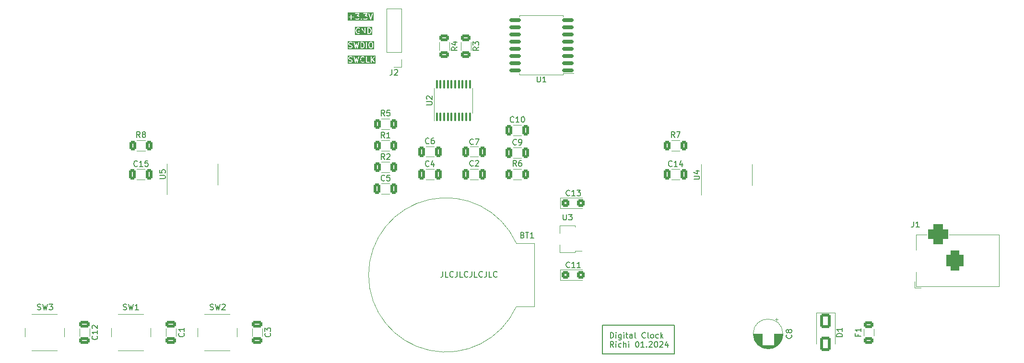
<source format=gto>
%TF.GenerationSoftware,KiCad,Pcbnew,7.0.9*%
%TF.CreationDate,2024-01-28T12:11:26+01:00*%
%TF.ProjectId,Digital_Clock,44696769-7461-46c5-9f43-6c6f636b2e6b,rev?*%
%TF.SameCoordinates,Original*%
%TF.FileFunction,Legend,Top*%
%TF.FilePolarity,Positive*%
%FSLAX46Y46*%
G04 Gerber Fmt 4.6, Leading zero omitted, Abs format (unit mm)*
G04 Created by KiCad (PCBNEW 7.0.9) date 2024-01-28 12:11:26*
%MOMM*%
%LPD*%
G01*
G04 APERTURE LIST*
G04 Aperture macros list*
%AMRoundRect*
0 Rectangle with rounded corners*
0 $1 Rounding radius*
0 $2 $3 $4 $5 $6 $7 $8 $9 X,Y pos of 4 corners*
0 Add a 4 corners polygon primitive as box body*
4,1,4,$2,$3,$4,$5,$6,$7,$8,$9,$2,$3,0*
0 Add four circle primitives for the rounded corners*
1,1,$1+$1,$2,$3*
1,1,$1+$1,$4,$5*
1,1,$1+$1,$6,$7*
1,1,$1+$1,$8,$9*
0 Add four rect primitives between the rounded corners*
20,1,$1+$1,$2,$3,$4,$5,0*
20,1,$1+$1,$4,$5,$6,$7,0*
20,1,$1+$1,$6,$7,$8,$9,0*
20,1,$1+$1,$8,$9,$2,$3,0*%
%AMFreePoly0*
4,1,9,3.862500,-0.866500,0.737500,-0.866500,0.737500,-0.450000,-0.737500,-0.450000,-0.737500,0.450000,0.737500,0.450000,0.737500,0.866500,3.862500,0.866500,3.862500,-0.866500,3.862500,-0.866500,$1*%
G04 Aperture macros list end*
%ADD10C,0.150000*%
%ADD11C,0.200000*%
%ADD12C,0.120000*%
%ADD13R,0.410000X1.600000*%
%ADD14R,3.500000X3.500000*%
%ADD15RoundRect,0.750000X0.750000X1.000000X-0.750000X1.000000X-0.750000X-1.000000X0.750000X-1.000000X0*%
%ADD16RoundRect,0.875000X0.875000X0.875000X-0.875000X0.875000X-0.875000X-0.875000X0.875000X-0.875000X0*%
%ADD17R,1.600000X1.600000*%
%ADD18C,1.600000*%
%ADD19R,1.700000X1.700000*%
%ADD20O,1.700000X1.700000*%
%ADD21RoundRect,0.250000X-0.325000X-0.650000X0.325000X-0.650000X0.325000X0.650000X-0.325000X0.650000X0*%
%ADD22C,5.600000*%
%ADD23RoundRect,0.250000X0.312500X0.625000X-0.312500X0.625000X-0.312500X-0.625000X0.312500X-0.625000X0*%
%ADD24RoundRect,0.250000X-0.650000X0.325000X-0.650000X-0.325000X0.650000X-0.325000X0.650000X0.325000X0*%
%ADD25R,2.100000X2.100000*%
%ADD26C,2.100000*%
%ADD27RoundRect,0.100000X0.100000X-0.637500X0.100000X0.637500X-0.100000X0.637500X-0.100000X-0.637500X0*%
%ADD28RoundRect,0.250000X-0.312500X-0.625000X0.312500X-0.625000X0.312500X0.625000X-0.312500X0.625000X0*%
%ADD29RoundRect,0.150000X0.875000X0.150000X-0.875000X0.150000X-0.875000X-0.150000X0.875000X-0.150000X0*%
%ADD30RoundRect,0.250000X0.650000X-0.325000X0.650000X0.325000X-0.650000X0.325000X-0.650000X-0.325000X0*%
%ADD31C,2.000000*%
%ADD32RoundRect,0.250000X-0.450000X-0.425000X0.450000X-0.425000X0.450000X0.425000X-0.450000X0.425000X0*%
%ADD33RoundRect,0.250000X-0.650000X1.000000X-0.650000X-1.000000X0.650000X-1.000000X0.650000X1.000000X0*%
%ADD34R,1.300000X0.900000*%
%ADD35FreePoly0,180.000000*%
%ADD36RoundRect,0.250000X0.325000X0.650000X-0.325000X0.650000X-0.325000X-0.650000X0.325000X-0.650000X0*%
%ADD37RoundRect,0.250000X-0.625000X0.312500X-0.625000X-0.312500X0.625000X-0.312500X0.625000X0.312500X0*%
%ADD38RoundRect,0.250000X0.625000X-0.375000X0.625000X0.375000X-0.625000X0.375000X-0.625000X-0.375000X0*%
%ADD39R,1.500000X1.500000*%
%ADD40C,1.500000*%
G04 APERTURE END LIST*
D10*
X176530000Y-115570000D02*
X189230000Y-115570000D01*
X189230000Y-120650000D01*
X176530000Y-120650000D01*
X176530000Y-115570000D01*
G36*
X136138643Y-61682676D02*
G01*
X131565061Y-61682676D01*
X131565061Y-61070842D01*
X131707918Y-61070842D01*
X131716827Y-61121366D01*
X131756127Y-61154343D01*
X131781779Y-61158866D01*
X132087731Y-61158866D01*
X132087731Y-61464819D01*
X132105278Y-61513028D01*
X132149707Y-61538680D01*
X132200231Y-61529771D01*
X132233208Y-61490471D01*
X132237731Y-61464819D01*
X132237731Y-61158866D01*
X132543684Y-61158866D01*
X132591893Y-61141319D01*
X132617545Y-61096890D01*
X132608636Y-61046366D01*
X132569336Y-61013389D01*
X132543684Y-61008866D01*
X132237731Y-61008866D01*
X132237731Y-60702914D01*
X132220184Y-60654705D01*
X132175755Y-60629053D01*
X132125231Y-60637962D01*
X132092254Y-60677262D01*
X132087731Y-60702914D01*
X132087731Y-61008866D01*
X131781779Y-61008866D01*
X131733570Y-61026413D01*
X131707918Y-61070842D01*
X131565061Y-61070842D01*
X131565061Y-60451795D01*
X132850775Y-60451795D01*
X132859684Y-60502319D01*
X132898984Y-60535296D01*
X132924636Y-60539819D01*
X133378401Y-60539819D01*
X133153907Y-60796383D01*
X133146600Y-60815234D01*
X133136489Y-60832747D01*
X133137528Y-60838640D01*
X133135366Y-60844219D01*
X133141886Y-60863358D01*
X133145398Y-60883271D01*
X133149981Y-60887116D01*
X133151911Y-60892781D01*
X133169209Y-60903251D01*
X133184698Y-60916248D01*
X133193141Y-60917736D01*
X133195800Y-60919346D01*
X133199241Y-60918812D01*
X133210350Y-60920771D01*
X133335502Y-60920771D01*
X133404018Y-60955029D01*
X133434425Y-60985436D01*
X133468683Y-61053952D01*
X133468683Y-61256637D01*
X133434424Y-61325153D01*
X133404017Y-61355561D01*
X133335502Y-61389819D01*
X133085198Y-61389819D01*
X133016682Y-61355561D01*
X132977670Y-61316548D01*
X132931173Y-61294866D01*
X132881618Y-61308143D01*
X132852192Y-61350168D01*
X132856662Y-61401275D01*
X132871602Y-61422612D01*
X132919221Y-61470232D01*
X132920702Y-61470922D01*
X132938714Y-61484282D01*
X133033952Y-61531901D01*
X133038405Y-61532413D01*
X133041841Y-61535296D01*
X133067493Y-61539819D01*
X133353207Y-61539819D01*
X133357420Y-61538285D01*
X133361781Y-61539327D01*
X133386748Y-61531901D01*
X133481986Y-61484282D01*
X133483110Y-61483094D01*
X133501479Y-61470232D01*
X133549097Y-61422613D01*
X133549787Y-61421131D01*
X133557551Y-61410664D01*
X133849922Y-61410664D01*
X133854964Y-61429484D01*
X133856663Y-61448896D01*
X133862336Y-61456998D01*
X133863199Y-61460219D01*
X133865930Y-61462131D01*
X133871603Y-61470233D01*
X133919222Y-61517852D01*
X133936880Y-61526085D01*
X133952844Y-61537264D01*
X133956260Y-61536965D01*
X133959231Y-61538680D01*
X133962610Y-61538084D01*
X133965718Y-61539533D01*
X133984537Y-61534490D01*
X134003951Y-61532792D01*
X134007764Y-61530122D01*
X134009755Y-61529771D01*
X134011876Y-61527242D01*
X134012053Y-61527118D01*
X134015273Y-61526256D01*
X134017184Y-61523526D01*
X134025288Y-61517852D01*
X134072907Y-61470233D01*
X134081141Y-61452574D01*
X134092318Y-61436612D01*
X134091728Y-61429869D01*
X134094588Y-61423737D01*
X134089545Y-61404918D01*
X134087848Y-61385505D01*
X134082173Y-61377400D01*
X134081311Y-61374182D01*
X134078581Y-61372270D01*
X134072907Y-61364167D01*
X134025289Y-61316548D01*
X134007631Y-61308314D01*
X133991666Y-61297135D01*
X133988249Y-61297433D01*
X133985279Y-61295719D01*
X133981899Y-61296314D01*
X133978792Y-61294866D01*
X133959972Y-61299908D01*
X133940558Y-61301607D01*
X133936744Y-61304277D01*
X133934755Y-61304628D01*
X133932633Y-61307155D01*
X133932455Y-61307280D01*
X133929237Y-61308143D01*
X133927325Y-61310872D01*
X133919221Y-61316548D01*
X133871602Y-61364168D01*
X133863368Y-61381825D01*
X133852191Y-61397789D01*
X133852781Y-61404532D01*
X133849922Y-61410664D01*
X133557551Y-61410664D01*
X133563146Y-61403121D01*
X133610765Y-61307883D01*
X133611277Y-61303429D01*
X133614160Y-61299994D01*
X133618683Y-61274342D01*
X133618683Y-61036247D01*
X133617149Y-61032033D01*
X133618191Y-61027672D01*
X133610765Y-61002706D01*
X133563146Y-60907468D01*
X133561956Y-60906342D01*
X133549097Y-60887976D01*
X133501478Y-60840357D01*
X133499996Y-60839666D01*
X133481986Y-60826308D01*
X133386748Y-60778689D01*
X133382294Y-60778176D01*
X133378859Y-60775294D01*
X133372635Y-60774196D01*
X133600126Y-60514207D01*
X133607432Y-60495355D01*
X133617544Y-60477843D01*
X133616504Y-60471949D01*
X133618667Y-60466371D01*
X133613701Y-60451795D01*
X134279346Y-60451795D01*
X134288255Y-60502319D01*
X134327555Y-60535296D01*
X134353207Y-60539819D01*
X134806972Y-60539819D01*
X134582478Y-60796383D01*
X134575171Y-60815234D01*
X134565060Y-60832747D01*
X134566099Y-60838640D01*
X134563937Y-60844219D01*
X134570457Y-60863358D01*
X134573969Y-60883271D01*
X134578552Y-60887116D01*
X134580482Y-60892781D01*
X134597780Y-60903251D01*
X134613269Y-60916248D01*
X134621712Y-60917736D01*
X134624371Y-60919346D01*
X134627812Y-60918812D01*
X134638921Y-60920771D01*
X134764073Y-60920771D01*
X134832589Y-60955029D01*
X134862996Y-60985436D01*
X134897254Y-61053952D01*
X134897254Y-61256637D01*
X134862995Y-61325153D01*
X134832588Y-61355561D01*
X134764073Y-61389819D01*
X134513769Y-61389819D01*
X134445253Y-61355561D01*
X134406241Y-61316548D01*
X134359744Y-61294866D01*
X134310189Y-61308143D01*
X134280763Y-61350168D01*
X134285233Y-61401275D01*
X134300173Y-61422612D01*
X134347792Y-61470232D01*
X134349273Y-61470922D01*
X134367285Y-61484282D01*
X134462523Y-61531901D01*
X134466976Y-61532413D01*
X134470412Y-61535296D01*
X134496064Y-61539819D01*
X134781778Y-61539819D01*
X134785991Y-61538285D01*
X134790352Y-61539327D01*
X134815319Y-61531901D01*
X134910557Y-61484282D01*
X134911681Y-61483094D01*
X134930050Y-61470232D01*
X134977668Y-61422613D01*
X134978358Y-61421131D01*
X134991717Y-61403121D01*
X135039336Y-61307883D01*
X135039848Y-61303429D01*
X135042731Y-61299994D01*
X135047254Y-61274342D01*
X135047254Y-61036247D01*
X135045720Y-61032033D01*
X135046762Y-61027672D01*
X135039336Y-61002706D01*
X134991717Y-60907468D01*
X134990527Y-60906342D01*
X134977668Y-60887976D01*
X134930049Y-60840357D01*
X134928567Y-60839666D01*
X134910557Y-60826308D01*
X134815319Y-60778689D01*
X134810865Y-60778176D01*
X134807430Y-60775294D01*
X134801206Y-60774196D01*
X135028697Y-60514207D01*
X135036003Y-60495355D01*
X135046115Y-60477843D01*
X135045075Y-60471949D01*
X135047238Y-60466371D01*
X135046011Y-60462770D01*
X135182997Y-60462770D01*
X135186818Y-60488536D01*
X135520151Y-61488536D01*
X135521493Y-61490227D01*
X135521552Y-61492386D01*
X135537301Y-61510147D01*
X135552042Y-61528722D01*
X135554155Y-61529154D01*
X135555589Y-61530771D01*
X135579059Y-61534251D01*
X135602303Y-61539008D01*
X135604202Y-61537979D01*
X135606338Y-61538296D01*
X135626551Y-61525877D01*
X135647417Y-61514579D01*
X135648210Y-61512571D01*
X135650050Y-61511441D01*
X135662453Y-61488536D01*
X135995786Y-60488536D01*
X135994385Y-60437253D01*
X135960347Y-60398867D01*
X135909599Y-60391342D01*
X135865886Y-60418197D01*
X135853484Y-60441102D01*
X135591302Y-61227648D01*
X135329120Y-60441102D01*
X135297229Y-60400916D01*
X135246968Y-60390630D01*
X135201854Y-60415059D01*
X135182997Y-60462770D01*
X135046011Y-60462770D01*
X135040717Y-60447231D01*
X135037206Y-60427319D01*
X135032622Y-60423473D01*
X135030693Y-60417809D01*
X135013394Y-60407338D01*
X134997906Y-60394342D01*
X134989462Y-60392853D01*
X134986804Y-60391244D01*
X134983362Y-60391777D01*
X134972254Y-60389819D01*
X134353207Y-60389819D01*
X134304998Y-60407366D01*
X134279346Y-60451795D01*
X133613701Y-60451795D01*
X133612146Y-60447231D01*
X133608635Y-60427319D01*
X133604051Y-60423473D01*
X133602122Y-60417809D01*
X133584823Y-60407338D01*
X133569335Y-60394342D01*
X133560891Y-60392853D01*
X133558233Y-60391244D01*
X133554791Y-60391777D01*
X133543683Y-60389819D01*
X132924636Y-60389819D01*
X132876427Y-60407366D01*
X132850775Y-60451795D01*
X131565061Y-60451795D01*
X131565061Y-60246962D01*
X136138643Y-60246962D01*
X136138643Y-61682676D01*
G37*
G36*
X134217455Y-65657990D02*
G01*
X134291568Y-65732103D01*
X134330061Y-65809090D01*
X134373445Y-65982624D01*
X134373445Y-66107013D01*
X134330061Y-66280547D01*
X134291567Y-66357534D01*
X134217455Y-66431647D01*
X134102942Y-66469819D01*
X133952017Y-66469819D01*
X133952017Y-65619819D01*
X134102942Y-65619819D01*
X134217455Y-65657990D01*
G37*
G36*
X135784970Y-65654077D02*
G01*
X135856912Y-65726019D01*
X135897254Y-65887386D01*
X135897254Y-66202251D01*
X135856912Y-66363617D01*
X135784969Y-66435561D01*
X135716454Y-66469819D01*
X135561388Y-66469819D01*
X135492872Y-66435561D01*
X135420929Y-66363617D01*
X135380588Y-66202251D01*
X135380588Y-65887386D01*
X135420929Y-65726019D01*
X135492872Y-65654077D01*
X135561388Y-65619819D01*
X135716454Y-65619819D01*
X135784970Y-65654077D01*
G37*
G36*
X136190111Y-66762676D02*
G01*
X131516303Y-66762676D01*
X131516303Y-65830533D01*
X131659160Y-65830533D01*
X131660693Y-65834746D01*
X131659652Y-65839107D01*
X131667078Y-65864074D01*
X131714697Y-65959312D01*
X131715886Y-65960437D01*
X131728746Y-65978804D01*
X131776365Y-66026423D01*
X131777846Y-66027114D01*
X131795857Y-66040472D01*
X131891095Y-66088091D01*
X131894623Y-66088497D01*
X131906446Y-66093770D01*
X132088936Y-66139392D01*
X132165923Y-66177886D01*
X132196330Y-66208293D01*
X132230588Y-66276809D01*
X132230588Y-66336637D01*
X132196329Y-66405153D01*
X132165922Y-66435561D01*
X132097407Y-66469819D01*
X131889187Y-66469819D01*
X131757877Y-66426049D01*
X131706593Y-66427450D01*
X131668208Y-66461487D01*
X131660683Y-66512236D01*
X131687538Y-66555948D01*
X131710443Y-66568351D01*
X131853299Y-66615970D01*
X131854934Y-66615925D01*
X131877017Y-66619819D01*
X132115112Y-66619819D01*
X132119325Y-66618285D01*
X132123686Y-66619327D01*
X132148653Y-66611901D01*
X132243891Y-66564282D01*
X132245015Y-66563094D01*
X132263384Y-66550232D01*
X132311002Y-66502613D01*
X132311692Y-66501131D01*
X132325051Y-66483121D01*
X132372670Y-66387883D01*
X132373182Y-66383429D01*
X132376065Y-66379994D01*
X132380588Y-66354342D01*
X132380588Y-66259104D01*
X132379054Y-66254890D01*
X132380096Y-66250529D01*
X132372670Y-66225563D01*
X132325051Y-66130325D01*
X132323861Y-66129199D01*
X132311002Y-66110833D01*
X132263383Y-66063214D01*
X132261901Y-66062523D01*
X132243891Y-66049165D01*
X132148653Y-66001546D01*
X132145124Y-66001139D01*
X132133302Y-65995867D01*
X131950812Y-65950244D01*
X131873825Y-65911751D01*
X131843418Y-65881344D01*
X131809160Y-65812828D01*
X131809160Y-65753000D01*
X131843418Y-65684484D01*
X131873825Y-65654077D01*
X131942341Y-65619819D01*
X132150561Y-65619819D01*
X132281870Y-65663589D01*
X132333154Y-65662188D01*
X132371540Y-65628150D01*
X132379065Y-65577402D01*
X132353745Y-65536188D01*
X132564420Y-65536188D01*
X132565962Y-65562191D01*
X132804057Y-66562191D01*
X132808386Y-66568759D01*
X132809082Y-66576597D01*
X132822142Y-66589626D01*
X132832293Y-66605024D01*
X132839831Y-66607272D01*
X132845402Y-66612830D01*
X132863778Y-66614415D01*
X132881455Y-66619688D01*
X132888677Y-66616563D01*
X132896515Y-66617240D01*
X132911611Y-66606642D01*
X132928541Y-66599319D01*
X132932064Y-66592284D01*
X132938505Y-66587764D01*
X132949485Y-66564144D01*
X133067492Y-66121613D01*
X133185501Y-66564144D01*
X133190006Y-66570595D01*
X133190912Y-66578410D01*
X133204317Y-66591083D01*
X133214878Y-66606204D01*
X133222472Y-66608248D01*
X133228191Y-66613655D01*
X133246604Y-66614746D01*
X133264416Y-66619542D01*
X133271552Y-66616224D01*
X133279405Y-66616690D01*
X133294208Y-66605693D01*
X133310939Y-66597916D01*
X133314273Y-66590787D01*
X133320588Y-66586097D01*
X133330929Y-66562191D01*
X133335065Y-66544819D01*
X133802017Y-66544819D01*
X133808680Y-66563127D01*
X133812065Y-66582319D01*
X133817249Y-66586669D01*
X133819564Y-66593028D01*
X133836437Y-66602770D01*
X133851365Y-66615296D01*
X133861107Y-66617013D01*
X133863993Y-66618680D01*
X133867275Y-66618101D01*
X133877017Y-66619819D01*
X134115112Y-66619819D01*
X134116650Y-66619258D01*
X134138829Y-66615970D01*
X134281686Y-66568351D01*
X134285198Y-66565563D01*
X134289665Y-66565173D01*
X134311002Y-66550233D01*
X134316416Y-66544819D01*
X134802017Y-66544819D01*
X134819564Y-66593028D01*
X134863993Y-66618680D01*
X134914517Y-66609771D01*
X134947494Y-66570471D01*
X134952017Y-66544819D01*
X134952017Y-66211485D01*
X135230588Y-66211485D01*
X135231773Y-66214742D01*
X135232827Y-66229675D01*
X135280446Y-66420151D01*
X135284588Y-66426283D01*
X135285233Y-66433657D01*
X135300174Y-66454994D01*
X135395412Y-66550233D01*
X135396894Y-66550924D01*
X135414904Y-66564282D01*
X135510142Y-66611901D01*
X135514595Y-66612413D01*
X135518031Y-66615296D01*
X135543683Y-66619819D01*
X135734159Y-66619819D01*
X135738372Y-66618285D01*
X135742733Y-66619327D01*
X135767700Y-66611901D01*
X135862938Y-66564282D01*
X135864063Y-66563092D01*
X135882430Y-66550233D01*
X135977669Y-66454993D01*
X135980796Y-66448285D01*
X135986786Y-66443940D01*
X135997396Y-66420151D01*
X136045015Y-66229675D01*
X136044654Y-66226226D01*
X136047254Y-66211485D01*
X136047254Y-65878152D01*
X136046068Y-65874894D01*
X136045015Y-65859962D01*
X135997396Y-65669486D01*
X135993254Y-65663353D01*
X135992609Y-65655980D01*
X135977668Y-65634643D01*
X135882430Y-65539405D01*
X135880948Y-65538714D01*
X135862938Y-65525356D01*
X135767700Y-65477737D01*
X135763246Y-65477224D01*
X135759811Y-65474342D01*
X135734159Y-65469819D01*
X135543683Y-65469819D01*
X135539469Y-65471352D01*
X135535108Y-65470311D01*
X135510142Y-65477737D01*
X135414904Y-65525356D01*
X135413780Y-65526542D01*
X135395412Y-65539405D01*
X135300174Y-65634643D01*
X135297046Y-65641350D01*
X135291056Y-65645697D01*
X135280446Y-65669486D01*
X135232827Y-65859962D01*
X135233187Y-65863410D01*
X135230588Y-65878152D01*
X135230588Y-66211485D01*
X134952017Y-66211485D01*
X134952017Y-65544819D01*
X134934470Y-65496610D01*
X134890041Y-65470958D01*
X134839517Y-65479867D01*
X134806540Y-65519167D01*
X134802017Y-65544819D01*
X134802017Y-66544819D01*
X134316416Y-66544819D01*
X134406241Y-66454993D01*
X134406932Y-66453510D01*
X134420289Y-66435502D01*
X134467908Y-66340264D01*
X134468314Y-66336735D01*
X134473587Y-66324913D01*
X134521206Y-66134437D01*
X134520845Y-66130988D01*
X134523445Y-66116247D01*
X134523445Y-65973390D01*
X134522259Y-65970132D01*
X134521206Y-65955200D01*
X134473587Y-65764724D01*
X134471598Y-65761779D01*
X134467908Y-65749373D01*
X134420289Y-65654135D01*
X134419102Y-65653011D01*
X134406240Y-65634643D01*
X134311002Y-65539405D01*
X134306938Y-65537510D01*
X134304591Y-65533689D01*
X134281686Y-65521287D01*
X134138829Y-65473668D01*
X134137194Y-65473712D01*
X134115112Y-65469819D01*
X133877017Y-65469819D01*
X133858708Y-65476482D01*
X133839517Y-65479867D01*
X133835166Y-65485051D01*
X133828808Y-65487366D01*
X133819065Y-65504239D01*
X133806540Y-65519167D01*
X133804822Y-65528909D01*
X133803156Y-65531795D01*
X133803734Y-65535077D01*
X133802017Y-65544819D01*
X133802017Y-66544819D01*
X133335065Y-66544819D01*
X133569025Y-65562191D01*
X133563122Y-65511228D01*
X133525843Y-65475983D01*
X133474629Y-65472948D01*
X133433446Y-65503541D01*
X133423105Y-65527448D01*
X133253852Y-66238303D01*
X133139961Y-65811208D01*
X133136033Y-65805585D01*
X133135428Y-65798755D01*
X133121690Y-65785049D01*
X133110584Y-65769148D01*
X133103965Y-65767365D01*
X133099109Y-65762521D01*
X133079775Y-65760852D01*
X133061046Y-65755810D01*
X133054827Y-65758700D01*
X133047995Y-65758111D01*
X133032115Y-65769258D01*
X133014524Y-65777436D01*
X133011618Y-65783647D01*
X133006005Y-65787588D01*
X132995025Y-65811208D01*
X132881133Y-66238303D01*
X132711882Y-65527447D01*
X132683646Y-65484614D01*
X132634484Y-65469950D01*
X132587398Y-65490319D01*
X132564420Y-65536188D01*
X132353745Y-65536188D01*
X132352210Y-65533689D01*
X132329305Y-65521287D01*
X132186448Y-65473668D01*
X132184813Y-65473712D01*
X132162731Y-65469819D01*
X131924636Y-65469819D01*
X131920422Y-65471352D01*
X131916061Y-65470311D01*
X131891095Y-65477737D01*
X131795857Y-65525356D01*
X131794731Y-65526545D01*
X131776365Y-65539405D01*
X131728746Y-65587024D01*
X131728055Y-65588505D01*
X131714697Y-65606516D01*
X131667078Y-65701754D01*
X131666565Y-65706207D01*
X131663683Y-65709643D01*
X131659160Y-65735295D01*
X131659160Y-65830533D01*
X131516303Y-65830533D01*
X131516303Y-65326962D01*
X136190111Y-65326962D01*
X136190111Y-66762676D01*
G37*
G36*
X135439836Y-63117990D02*
G01*
X135513949Y-63192103D01*
X135552442Y-63269090D01*
X135595826Y-63442624D01*
X135595826Y-63567013D01*
X135552442Y-63740547D01*
X135513948Y-63817534D01*
X135439836Y-63891647D01*
X135325323Y-63929819D01*
X135174398Y-63929819D01*
X135174398Y-63079819D01*
X135325323Y-63079819D01*
X135439836Y-63117990D01*
G37*
G36*
X135888683Y-64222676D02*
G01*
X132786303Y-64222676D01*
X132786303Y-63576247D01*
X132929160Y-63576247D01*
X132930345Y-63579504D01*
X132931399Y-63594437D01*
X132979018Y-63784913D01*
X132981006Y-63787857D01*
X132984697Y-63800264D01*
X133032316Y-63895502D01*
X133033502Y-63896625D01*
X133046365Y-63914994D01*
X133141603Y-64010233D01*
X133145667Y-64012128D01*
X133148014Y-64015948D01*
X133170919Y-64028351D01*
X133313775Y-64075970D01*
X133315410Y-64075925D01*
X133337493Y-64079819D01*
X133432731Y-64079819D01*
X133434269Y-64079258D01*
X133456448Y-64075970D01*
X133599305Y-64028351D01*
X133602816Y-64025563D01*
X133607285Y-64025173D01*
X133628622Y-64010232D01*
X133634035Y-64004819D01*
X133976779Y-64004819D01*
X133994326Y-64053028D01*
X134038755Y-64078680D01*
X134089279Y-64069771D01*
X134122256Y-64030471D01*
X134126779Y-64004819D01*
X134126779Y-63287235D01*
X134558089Y-64042030D01*
X134563382Y-64046511D01*
X134565754Y-64053028D01*
X134582491Y-64062691D01*
X134597242Y-64075181D01*
X134604176Y-64075211D01*
X134610183Y-64078680D01*
X134629216Y-64075323D01*
X134648544Y-64075410D01*
X134653877Y-64070975D01*
X134660707Y-64069771D01*
X134673131Y-64054964D01*
X134687991Y-64042608D01*
X134689225Y-64035784D01*
X134693684Y-64030471D01*
X134698207Y-64004819D01*
X135024398Y-64004819D01*
X135031061Y-64023127D01*
X135034446Y-64042319D01*
X135039630Y-64046669D01*
X135041945Y-64053028D01*
X135058818Y-64062770D01*
X135073746Y-64075296D01*
X135083488Y-64077013D01*
X135086374Y-64078680D01*
X135089656Y-64078101D01*
X135099398Y-64079819D01*
X135337493Y-64079819D01*
X135339031Y-64079258D01*
X135361210Y-64075970D01*
X135504067Y-64028351D01*
X135507579Y-64025563D01*
X135512046Y-64025173D01*
X135533383Y-64010233D01*
X135628622Y-63914993D01*
X135629313Y-63913510D01*
X135642670Y-63895502D01*
X135690289Y-63800264D01*
X135690695Y-63796735D01*
X135695968Y-63784913D01*
X135743587Y-63594437D01*
X135743226Y-63590988D01*
X135745826Y-63576247D01*
X135745826Y-63433390D01*
X135744640Y-63430132D01*
X135743587Y-63415200D01*
X135695968Y-63224724D01*
X135693979Y-63221779D01*
X135690289Y-63209373D01*
X135642670Y-63114135D01*
X135641483Y-63113011D01*
X135628621Y-63094643D01*
X135533383Y-62999405D01*
X135529319Y-62997510D01*
X135526972Y-62993689D01*
X135504067Y-62981287D01*
X135361210Y-62933668D01*
X135359575Y-62933712D01*
X135337493Y-62929819D01*
X135099398Y-62929819D01*
X135081089Y-62936482D01*
X135061898Y-62939867D01*
X135057547Y-62945051D01*
X135051189Y-62947366D01*
X135041446Y-62964239D01*
X135028921Y-62979167D01*
X135027203Y-62988909D01*
X135025537Y-62991795D01*
X135026115Y-62995077D01*
X135024398Y-63004819D01*
X135024398Y-64004819D01*
X134698207Y-64004819D01*
X134698207Y-63004819D01*
X134680660Y-62956610D01*
X134636231Y-62930958D01*
X134585707Y-62939867D01*
X134552730Y-62979167D01*
X134548207Y-63004819D01*
X134548207Y-63722402D01*
X134116897Y-62967609D01*
X134111604Y-62963127D01*
X134109232Y-62956610D01*
X134092492Y-62946945D01*
X134077744Y-62934457D01*
X134070809Y-62934426D01*
X134064803Y-62930958D01*
X134045769Y-62934314D01*
X134026442Y-62934228D01*
X134021108Y-62938662D01*
X134014279Y-62939867D01*
X134001854Y-62954673D01*
X133986995Y-62967030D01*
X133985760Y-62973853D01*
X133981302Y-62979167D01*
X133976779Y-63004819D01*
X133976779Y-64004819D01*
X133634035Y-64004819D01*
X133676240Y-63962613D01*
X133683158Y-63947775D01*
X133693684Y-63935232D01*
X133696527Y-63919104D01*
X133697921Y-63916116D01*
X133697398Y-63914165D01*
X133698207Y-63909580D01*
X133698207Y-63576247D01*
X133691543Y-63557938D01*
X133688159Y-63538747D01*
X133682974Y-63534396D01*
X133680660Y-63528038D01*
X133663786Y-63518295D01*
X133648859Y-63505770D01*
X133639116Y-63504052D01*
X133636231Y-63502386D01*
X133632948Y-63502964D01*
X133623207Y-63501247D01*
X133432731Y-63501247D01*
X133384522Y-63518794D01*
X133358870Y-63563223D01*
X133367779Y-63613747D01*
X133407079Y-63646724D01*
X133432731Y-63651247D01*
X133548207Y-63651247D01*
X133548207Y-63878514D01*
X133535074Y-63891647D01*
X133420561Y-63929819D01*
X133349663Y-63929819D01*
X133235150Y-63891648D01*
X133161037Y-63817534D01*
X133122543Y-63740547D01*
X133079160Y-63567013D01*
X133079160Y-63442624D01*
X133122543Y-63269090D01*
X133161037Y-63192103D01*
X133235150Y-63117990D01*
X133349663Y-63079819D01*
X133462645Y-63079819D01*
X133542047Y-63119520D01*
X133593013Y-63125385D01*
X133635826Y-63097119D01*
X133650453Y-63047944D01*
X133630050Y-63000873D01*
X133609129Y-62985356D01*
X133513891Y-62937737D01*
X133509437Y-62937224D01*
X133506002Y-62934342D01*
X133480350Y-62929819D01*
X133337493Y-62929819D01*
X133335955Y-62930378D01*
X133313775Y-62933668D01*
X133170919Y-62981287D01*
X133167408Y-62984073D01*
X133162940Y-62984464D01*
X133141603Y-62999405D01*
X133046365Y-63094643D01*
X133045674Y-63096124D01*
X133032316Y-63114135D01*
X132984697Y-63209373D01*
X132984290Y-63212901D01*
X132979018Y-63224724D01*
X132931399Y-63415200D01*
X132931759Y-63418648D01*
X132929160Y-63433390D01*
X132929160Y-63576247D01*
X132786303Y-63576247D01*
X132786303Y-62786962D01*
X135888683Y-62786962D01*
X135888683Y-64222676D01*
G37*
X148323493Y-106057819D02*
X148323493Y-106772104D01*
X148323493Y-106772104D02*
X148275874Y-106914961D01*
X148275874Y-106914961D02*
X148180636Y-107010200D01*
X148180636Y-107010200D02*
X148037779Y-107057819D01*
X148037779Y-107057819D02*
X147942541Y-107057819D01*
X149275874Y-107057819D02*
X148799684Y-107057819D01*
X148799684Y-107057819D02*
X148799684Y-106057819D01*
X150180636Y-106962580D02*
X150133017Y-107010200D01*
X150133017Y-107010200D02*
X149990160Y-107057819D01*
X149990160Y-107057819D02*
X149894922Y-107057819D01*
X149894922Y-107057819D02*
X149752065Y-107010200D01*
X149752065Y-107010200D02*
X149656827Y-106914961D01*
X149656827Y-106914961D02*
X149609208Y-106819723D01*
X149609208Y-106819723D02*
X149561589Y-106629247D01*
X149561589Y-106629247D02*
X149561589Y-106486390D01*
X149561589Y-106486390D02*
X149609208Y-106295914D01*
X149609208Y-106295914D02*
X149656827Y-106200676D01*
X149656827Y-106200676D02*
X149752065Y-106105438D01*
X149752065Y-106105438D02*
X149894922Y-106057819D01*
X149894922Y-106057819D02*
X149990160Y-106057819D01*
X149990160Y-106057819D02*
X150133017Y-106105438D01*
X150133017Y-106105438D02*
X150180636Y-106153057D01*
X150894922Y-106057819D02*
X150894922Y-106772104D01*
X150894922Y-106772104D02*
X150847303Y-106914961D01*
X150847303Y-106914961D02*
X150752065Y-107010200D01*
X150752065Y-107010200D02*
X150609208Y-107057819D01*
X150609208Y-107057819D02*
X150513970Y-107057819D01*
X151847303Y-107057819D02*
X151371113Y-107057819D01*
X151371113Y-107057819D02*
X151371113Y-106057819D01*
X152752065Y-106962580D02*
X152704446Y-107010200D01*
X152704446Y-107010200D02*
X152561589Y-107057819D01*
X152561589Y-107057819D02*
X152466351Y-107057819D01*
X152466351Y-107057819D02*
X152323494Y-107010200D01*
X152323494Y-107010200D02*
X152228256Y-106914961D01*
X152228256Y-106914961D02*
X152180637Y-106819723D01*
X152180637Y-106819723D02*
X152133018Y-106629247D01*
X152133018Y-106629247D02*
X152133018Y-106486390D01*
X152133018Y-106486390D02*
X152180637Y-106295914D01*
X152180637Y-106295914D02*
X152228256Y-106200676D01*
X152228256Y-106200676D02*
X152323494Y-106105438D01*
X152323494Y-106105438D02*
X152466351Y-106057819D01*
X152466351Y-106057819D02*
X152561589Y-106057819D01*
X152561589Y-106057819D02*
X152704446Y-106105438D01*
X152704446Y-106105438D02*
X152752065Y-106153057D01*
X153466351Y-106057819D02*
X153466351Y-106772104D01*
X153466351Y-106772104D02*
X153418732Y-106914961D01*
X153418732Y-106914961D02*
X153323494Y-107010200D01*
X153323494Y-107010200D02*
X153180637Y-107057819D01*
X153180637Y-107057819D02*
X153085399Y-107057819D01*
X154418732Y-107057819D02*
X153942542Y-107057819D01*
X153942542Y-107057819D02*
X153942542Y-106057819D01*
X155323494Y-106962580D02*
X155275875Y-107010200D01*
X155275875Y-107010200D02*
X155133018Y-107057819D01*
X155133018Y-107057819D02*
X155037780Y-107057819D01*
X155037780Y-107057819D02*
X154894923Y-107010200D01*
X154894923Y-107010200D02*
X154799685Y-106914961D01*
X154799685Y-106914961D02*
X154752066Y-106819723D01*
X154752066Y-106819723D02*
X154704447Y-106629247D01*
X154704447Y-106629247D02*
X154704447Y-106486390D01*
X154704447Y-106486390D02*
X154752066Y-106295914D01*
X154752066Y-106295914D02*
X154799685Y-106200676D01*
X154799685Y-106200676D02*
X154894923Y-106105438D01*
X154894923Y-106105438D02*
X155037780Y-106057819D01*
X155037780Y-106057819D02*
X155133018Y-106057819D01*
X155133018Y-106057819D02*
X155275875Y-106105438D01*
X155275875Y-106105438D02*
X155323494Y-106153057D01*
X156037780Y-106057819D02*
X156037780Y-106772104D01*
X156037780Y-106772104D02*
X155990161Y-106914961D01*
X155990161Y-106914961D02*
X155894923Y-107010200D01*
X155894923Y-107010200D02*
X155752066Y-107057819D01*
X155752066Y-107057819D02*
X155656828Y-107057819D01*
X156990161Y-107057819D02*
X156513971Y-107057819D01*
X156513971Y-107057819D02*
X156513971Y-106057819D01*
X157894923Y-106962580D02*
X157847304Y-107010200D01*
X157847304Y-107010200D02*
X157704447Y-107057819D01*
X157704447Y-107057819D02*
X157609209Y-107057819D01*
X157609209Y-107057819D02*
X157466352Y-107010200D01*
X157466352Y-107010200D02*
X157371114Y-106914961D01*
X157371114Y-106914961D02*
X157323495Y-106819723D01*
X157323495Y-106819723D02*
X157275876Y-106629247D01*
X157275876Y-106629247D02*
X157275876Y-106486390D01*
X157275876Y-106486390D02*
X157323495Y-106295914D01*
X157323495Y-106295914D02*
X157371114Y-106200676D01*
X157371114Y-106200676D02*
X157466352Y-106105438D01*
X157466352Y-106105438D02*
X157609209Y-106057819D01*
X157609209Y-106057819D02*
X157704447Y-106057819D01*
X157704447Y-106057819D02*
X157847304Y-106105438D01*
X157847304Y-106105438D02*
X157894923Y-106153057D01*
G36*
X136475540Y-69302676D02*
G01*
X131516303Y-69302676D01*
X131516303Y-68370533D01*
X131659160Y-68370533D01*
X131660693Y-68374746D01*
X131659652Y-68379107D01*
X131667078Y-68404074D01*
X131714697Y-68499312D01*
X131715886Y-68500437D01*
X131728746Y-68518804D01*
X131776365Y-68566423D01*
X131777846Y-68567114D01*
X131795857Y-68580472D01*
X131891095Y-68628091D01*
X131894623Y-68628497D01*
X131906446Y-68633770D01*
X132088936Y-68679392D01*
X132165923Y-68717886D01*
X132196330Y-68748293D01*
X132230588Y-68816809D01*
X132230588Y-68876637D01*
X132196329Y-68945153D01*
X132165922Y-68975561D01*
X132097407Y-69009819D01*
X131889187Y-69009819D01*
X131757877Y-68966049D01*
X131706593Y-68967450D01*
X131668208Y-69001487D01*
X131660683Y-69052236D01*
X131687538Y-69095948D01*
X131710443Y-69108351D01*
X131853299Y-69155970D01*
X131854934Y-69155925D01*
X131877017Y-69159819D01*
X132115112Y-69159819D01*
X132119325Y-69158285D01*
X132123686Y-69159327D01*
X132148653Y-69151901D01*
X132243891Y-69104282D01*
X132245015Y-69103094D01*
X132263384Y-69090232D01*
X132311002Y-69042613D01*
X132311692Y-69041131D01*
X132325051Y-69023121D01*
X132372670Y-68927883D01*
X132373182Y-68923429D01*
X132376065Y-68919994D01*
X132380588Y-68894342D01*
X132380588Y-68799104D01*
X132379054Y-68794890D01*
X132380096Y-68790529D01*
X132372670Y-68765563D01*
X132325051Y-68670325D01*
X132323861Y-68669199D01*
X132311002Y-68650833D01*
X132263383Y-68603214D01*
X132261901Y-68602523D01*
X132243891Y-68589165D01*
X132148653Y-68541546D01*
X132145124Y-68541139D01*
X132133302Y-68535867D01*
X131950812Y-68490244D01*
X131873825Y-68451751D01*
X131843418Y-68421344D01*
X131809160Y-68352828D01*
X131809160Y-68293000D01*
X131843418Y-68224484D01*
X131873825Y-68194077D01*
X131942341Y-68159819D01*
X132150561Y-68159819D01*
X132281870Y-68203589D01*
X132333154Y-68202188D01*
X132371540Y-68168150D01*
X132379065Y-68117402D01*
X132353745Y-68076188D01*
X132564420Y-68076188D01*
X132565962Y-68102191D01*
X132804057Y-69102191D01*
X132808386Y-69108759D01*
X132809082Y-69116597D01*
X132822142Y-69129626D01*
X132832293Y-69145024D01*
X132839831Y-69147272D01*
X132845402Y-69152830D01*
X132863778Y-69154415D01*
X132881455Y-69159688D01*
X132888677Y-69156563D01*
X132896515Y-69157240D01*
X132911611Y-69146642D01*
X132928541Y-69139319D01*
X132932064Y-69132284D01*
X132938505Y-69127764D01*
X132949485Y-69104144D01*
X133067492Y-68661613D01*
X133185501Y-69104144D01*
X133190006Y-69110595D01*
X133190912Y-69118410D01*
X133204317Y-69131083D01*
X133214878Y-69146204D01*
X133222472Y-69148248D01*
X133228191Y-69153655D01*
X133246604Y-69154746D01*
X133264416Y-69159542D01*
X133271552Y-69156224D01*
X133279405Y-69156690D01*
X133294208Y-69145693D01*
X133310939Y-69137916D01*
X133314273Y-69130787D01*
X133320588Y-69126097D01*
X133330929Y-69102191D01*
X133437106Y-68656247D01*
X133754398Y-68656247D01*
X133755583Y-68659504D01*
X133756637Y-68674437D01*
X133804256Y-68864913D01*
X133806244Y-68867857D01*
X133809935Y-68880264D01*
X133857554Y-68975502D01*
X133858740Y-68976625D01*
X133871603Y-68994994D01*
X133966841Y-69090233D01*
X133970905Y-69092128D01*
X133973252Y-69095948D01*
X133996157Y-69108351D01*
X134139013Y-69155970D01*
X134140648Y-69155925D01*
X134162731Y-69159819D01*
X134257969Y-69159819D01*
X134259507Y-69159258D01*
X134281686Y-69155970D01*
X134424543Y-69108351D01*
X134428054Y-69105563D01*
X134432523Y-69105173D01*
X134453860Y-69090232D01*
X134459273Y-69084819D01*
X134802017Y-69084819D01*
X134808680Y-69103127D01*
X134812065Y-69122319D01*
X134817249Y-69126669D01*
X134819564Y-69133028D01*
X134836437Y-69142770D01*
X134851365Y-69155296D01*
X134861107Y-69157013D01*
X134863993Y-69158680D01*
X134867275Y-69158101D01*
X134877017Y-69159819D01*
X135353207Y-69159819D01*
X135401416Y-69142272D01*
X135427068Y-69097843D01*
X135424771Y-69084819D01*
X135611541Y-69084819D01*
X135629088Y-69133028D01*
X135673517Y-69158680D01*
X135724041Y-69149771D01*
X135757018Y-69110471D01*
X135761541Y-69084819D01*
X135761541Y-68687313D01*
X135821283Y-68627570D01*
X136197969Y-69129819D01*
X136240932Y-69157858D01*
X136291866Y-69151722D01*
X136326940Y-69114281D01*
X136329742Y-69063055D01*
X136317969Y-69039819D01*
X135928426Y-68520427D01*
X136311002Y-68137852D01*
X136332683Y-68091356D01*
X136319406Y-68041801D01*
X136277380Y-68012375D01*
X136226273Y-68016846D01*
X136204936Y-68031786D01*
X135761541Y-68475181D01*
X135761541Y-68084819D01*
X135743994Y-68036610D01*
X135699565Y-68010958D01*
X135649041Y-68019867D01*
X135616064Y-68059167D01*
X135611541Y-68084819D01*
X135611541Y-69084819D01*
X135424771Y-69084819D01*
X135418159Y-69047319D01*
X135378859Y-69014342D01*
X135353207Y-69009819D01*
X134952017Y-69009819D01*
X134952017Y-68084819D01*
X134934470Y-68036610D01*
X134890041Y-68010958D01*
X134839517Y-68019867D01*
X134806540Y-68059167D01*
X134802017Y-68084819D01*
X134802017Y-69084819D01*
X134459273Y-69084819D01*
X134501478Y-69042613D01*
X134523159Y-68996116D01*
X134509881Y-68946561D01*
X134467856Y-68917135D01*
X134416748Y-68921607D01*
X134395411Y-68936548D01*
X134360312Y-68971647D01*
X134245799Y-69009819D01*
X134174901Y-69009819D01*
X134060388Y-68971648D01*
X133986275Y-68897534D01*
X133947781Y-68820547D01*
X133904398Y-68647013D01*
X133904398Y-68522624D01*
X133947781Y-68349090D01*
X133986275Y-68272103D01*
X134060388Y-68197990D01*
X134174901Y-68159819D01*
X134245799Y-68159819D01*
X134360312Y-68197990D01*
X134395412Y-68233090D01*
X134441908Y-68254771D01*
X134491463Y-68241494D01*
X134520889Y-68199468D01*
X134516418Y-68148361D01*
X134501478Y-68127024D01*
X134453859Y-68079405D01*
X134449795Y-68077510D01*
X134447448Y-68073689D01*
X134424543Y-68061287D01*
X134281686Y-68013668D01*
X134280051Y-68013712D01*
X134257969Y-68009819D01*
X134162731Y-68009819D01*
X134161193Y-68010378D01*
X134139013Y-68013668D01*
X133996157Y-68061287D01*
X133992646Y-68064073D01*
X133988178Y-68064464D01*
X133966841Y-68079405D01*
X133871603Y-68174643D01*
X133870912Y-68176124D01*
X133857554Y-68194135D01*
X133809935Y-68289373D01*
X133809528Y-68292901D01*
X133804256Y-68304724D01*
X133756637Y-68495200D01*
X133756997Y-68498648D01*
X133754398Y-68513390D01*
X133754398Y-68656247D01*
X133437106Y-68656247D01*
X133569025Y-68102191D01*
X133563122Y-68051228D01*
X133525843Y-68015983D01*
X133474629Y-68012948D01*
X133433446Y-68043541D01*
X133423105Y-68067448D01*
X133253852Y-68778303D01*
X133139961Y-68351208D01*
X133136033Y-68345585D01*
X133135428Y-68338755D01*
X133121690Y-68325049D01*
X133110584Y-68309148D01*
X133103965Y-68307365D01*
X133099109Y-68302521D01*
X133079775Y-68300852D01*
X133061046Y-68295810D01*
X133054827Y-68298700D01*
X133047995Y-68298111D01*
X133032115Y-68309258D01*
X133014524Y-68317436D01*
X133011618Y-68323647D01*
X133006005Y-68327588D01*
X132995025Y-68351208D01*
X132881133Y-68778303D01*
X132711882Y-68067447D01*
X132683646Y-68024614D01*
X132634484Y-68009950D01*
X132587398Y-68030319D01*
X132564420Y-68076188D01*
X132353745Y-68076188D01*
X132352210Y-68073689D01*
X132329305Y-68061287D01*
X132186448Y-68013668D01*
X132184813Y-68013712D01*
X132162731Y-68009819D01*
X131924636Y-68009819D01*
X131920422Y-68011352D01*
X131916061Y-68010311D01*
X131891095Y-68017737D01*
X131795857Y-68065356D01*
X131794731Y-68066545D01*
X131776365Y-68079405D01*
X131728746Y-68127024D01*
X131728055Y-68128505D01*
X131714697Y-68146516D01*
X131667078Y-68241754D01*
X131666565Y-68246207D01*
X131663683Y-68249643D01*
X131659160Y-68275295D01*
X131659160Y-68370533D01*
X131516303Y-68370533D01*
X131516303Y-67866962D01*
X136475540Y-67866962D01*
X136475540Y-69302676D01*
G37*
D11*
X177915673Y-117840419D02*
X177915673Y-116840419D01*
X177915673Y-116840419D02*
X178153768Y-116840419D01*
X178153768Y-116840419D02*
X178296625Y-116888038D01*
X178296625Y-116888038D02*
X178391863Y-116983276D01*
X178391863Y-116983276D02*
X178439482Y-117078514D01*
X178439482Y-117078514D02*
X178487101Y-117268990D01*
X178487101Y-117268990D02*
X178487101Y-117411847D01*
X178487101Y-117411847D02*
X178439482Y-117602323D01*
X178439482Y-117602323D02*
X178391863Y-117697561D01*
X178391863Y-117697561D02*
X178296625Y-117792800D01*
X178296625Y-117792800D02*
X178153768Y-117840419D01*
X178153768Y-117840419D02*
X177915673Y-117840419D01*
X178915673Y-117840419D02*
X178915673Y-117173752D01*
X178915673Y-116840419D02*
X178868054Y-116888038D01*
X178868054Y-116888038D02*
X178915673Y-116935657D01*
X178915673Y-116935657D02*
X178963292Y-116888038D01*
X178963292Y-116888038D02*
X178915673Y-116840419D01*
X178915673Y-116840419D02*
X178915673Y-116935657D01*
X179820434Y-117173752D02*
X179820434Y-117983276D01*
X179820434Y-117983276D02*
X179772815Y-118078514D01*
X179772815Y-118078514D02*
X179725196Y-118126133D01*
X179725196Y-118126133D02*
X179629958Y-118173752D01*
X179629958Y-118173752D02*
X179487101Y-118173752D01*
X179487101Y-118173752D02*
X179391863Y-118126133D01*
X179820434Y-117792800D02*
X179725196Y-117840419D01*
X179725196Y-117840419D02*
X179534720Y-117840419D01*
X179534720Y-117840419D02*
X179439482Y-117792800D01*
X179439482Y-117792800D02*
X179391863Y-117745180D01*
X179391863Y-117745180D02*
X179344244Y-117649942D01*
X179344244Y-117649942D02*
X179344244Y-117364228D01*
X179344244Y-117364228D02*
X179391863Y-117268990D01*
X179391863Y-117268990D02*
X179439482Y-117221371D01*
X179439482Y-117221371D02*
X179534720Y-117173752D01*
X179534720Y-117173752D02*
X179725196Y-117173752D01*
X179725196Y-117173752D02*
X179820434Y-117221371D01*
X180296625Y-117840419D02*
X180296625Y-117173752D01*
X180296625Y-116840419D02*
X180249006Y-116888038D01*
X180249006Y-116888038D02*
X180296625Y-116935657D01*
X180296625Y-116935657D02*
X180344244Y-116888038D01*
X180344244Y-116888038D02*
X180296625Y-116840419D01*
X180296625Y-116840419D02*
X180296625Y-116935657D01*
X180629958Y-117173752D02*
X181010910Y-117173752D01*
X180772815Y-116840419D02*
X180772815Y-117697561D01*
X180772815Y-117697561D02*
X180820434Y-117792800D01*
X180820434Y-117792800D02*
X180915672Y-117840419D01*
X180915672Y-117840419D02*
X181010910Y-117840419D01*
X181772815Y-117840419D02*
X181772815Y-117316609D01*
X181772815Y-117316609D02*
X181725196Y-117221371D01*
X181725196Y-117221371D02*
X181629958Y-117173752D01*
X181629958Y-117173752D02*
X181439482Y-117173752D01*
X181439482Y-117173752D02*
X181344244Y-117221371D01*
X181772815Y-117792800D02*
X181677577Y-117840419D01*
X181677577Y-117840419D02*
X181439482Y-117840419D01*
X181439482Y-117840419D02*
X181344244Y-117792800D01*
X181344244Y-117792800D02*
X181296625Y-117697561D01*
X181296625Y-117697561D02*
X181296625Y-117602323D01*
X181296625Y-117602323D02*
X181344244Y-117507085D01*
X181344244Y-117507085D02*
X181439482Y-117459466D01*
X181439482Y-117459466D02*
X181677577Y-117459466D01*
X181677577Y-117459466D02*
X181772815Y-117411847D01*
X182391863Y-117840419D02*
X182296625Y-117792800D01*
X182296625Y-117792800D02*
X182249006Y-117697561D01*
X182249006Y-117697561D02*
X182249006Y-116840419D01*
X184106149Y-117745180D02*
X184058530Y-117792800D01*
X184058530Y-117792800D02*
X183915673Y-117840419D01*
X183915673Y-117840419D02*
X183820435Y-117840419D01*
X183820435Y-117840419D02*
X183677578Y-117792800D01*
X183677578Y-117792800D02*
X183582340Y-117697561D01*
X183582340Y-117697561D02*
X183534721Y-117602323D01*
X183534721Y-117602323D02*
X183487102Y-117411847D01*
X183487102Y-117411847D02*
X183487102Y-117268990D01*
X183487102Y-117268990D02*
X183534721Y-117078514D01*
X183534721Y-117078514D02*
X183582340Y-116983276D01*
X183582340Y-116983276D02*
X183677578Y-116888038D01*
X183677578Y-116888038D02*
X183820435Y-116840419D01*
X183820435Y-116840419D02*
X183915673Y-116840419D01*
X183915673Y-116840419D02*
X184058530Y-116888038D01*
X184058530Y-116888038D02*
X184106149Y-116935657D01*
X184677578Y-117840419D02*
X184582340Y-117792800D01*
X184582340Y-117792800D02*
X184534721Y-117697561D01*
X184534721Y-117697561D02*
X184534721Y-116840419D01*
X185201388Y-117840419D02*
X185106150Y-117792800D01*
X185106150Y-117792800D02*
X185058531Y-117745180D01*
X185058531Y-117745180D02*
X185010912Y-117649942D01*
X185010912Y-117649942D02*
X185010912Y-117364228D01*
X185010912Y-117364228D02*
X185058531Y-117268990D01*
X185058531Y-117268990D02*
X185106150Y-117221371D01*
X185106150Y-117221371D02*
X185201388Y-117173752D01*
X185201388Y-117173752D02*
X185344245Y-117173752D01*
X185344245Y-117173752D02*
X185439483Y-117221371D01*
X185439483Y-117221371D02*
X185487102Y-117268990D01*
X185487102Y-117268990D02*
X185534721Y-117364228D01*
X185534721Y-117364228D02*
X185534721Y-117649942D01*
X185534721Y-117649942D02*
X185487102Y-117745180D01*
X185487102Y-117745180D02*
X185439483Y-117792800D01*
X185439483Y-117792800D02*
X185344245Y-117840419D01*
X185344245Y-117840419D02*
X185201388Y-117840419D01*
X186391864Y-117792800D02*
X186296626Y-117840419D01*
X186296626Y-117840419D02*
X186106150Y-117840419D01*
X186106150Y-117840419D02*
X186010912Y-117792800D01*
X186010912Y-117792800D02*
X185963293Y-117745180D01*
X185963293Y-117745180D02*
X185915674Y-117649942D01*
X185915674Y-117649942D02*
X185915674Y-117364228D01*
X185915674Y-117364228D02*
X185963293Y-117268990D01*
X185963293Y-117268990D02*
X186010912Y-117221371D01*
X186010912Y-117221371D02*
X186106150Y-117173752D01*
X186106150Y-117173752D02*
X186296626Y-117173752D01*
X186296626Y-117173752D02*
X186391864Y-117221371D01*
X186820436Y-117840419D02*
X186820436Y-116840419D01*
X186915674Y-117459466D02*
X187201388Y-117840419D01*
X187201388Y-117173752D02*
X186820436Y-117554704D01*
X178487101Y-119450419D02*
X178153768Y-118974228D01*
X177915673Y-119450419D02*
X177915673Y-118450419D01*
X177915673Y-118450419D02*
X178296625Y-118450419D01*
X178296625Y-118450419D02*
X178391863Y-118498038D01*
X178391863Y-118498038D02*
X178439482Y-118545657D01*
X178439482Y-118545657D02*
X178487101Y-118640895D01*
X178487101Y-118640895D02*
X178487101Y-118783752D01*
X178487101Y-118783752D02*
X178439482Y-118878990D01*
X178439482Y-118878990D02*
X178391863Y-118926609D01*
X178391863Y-118926609D02*
X178296625Y-118974228D01*
X178296625Y-118974228D02*
X177915673Y-118974228D01*
X178915673Y-119450419D02*
X178915673Y-118783752D01*
X178915673Y-118450419D02*
X178868054Y-118498038D01*
X178868054Y-118498038D02*
X178915673Y-118545657D01*
X178915673Y-118545657D02*
X178963292Y-118498038D01*
X178963292Y-118498038D02*
X178915673Y-118450419D01*
X178915673Y-118450419D02*
X178915673Y-118545657D01*
X179820434Y-119402800D02*
X179725196Y-119450419D01*
X179725196Y-119450419D02*
X179534720Y-119450419D01*
X179534720Y-119450419D02*
X179439482Y-119402800D01*
X179439482Y-119402800D02*
X179391863Y-119355180D01*
X179391863Y-119355180D02*
X179344244Y-119259942D01*
X179344244Y-119259942D02*
X179344244Y-118974228D01*
X179344244Y-118974228D02*
X179391863Y-118878990D01*
X179391863Y-118878990D02*
X179439482Y-118831371D01*
X179439482Y-118831371D02*
X179534720Y-118783752D01*
X179534720Y-118783752D02*
X179725196Y-118783752D01*
X179725196Y-118783752D02*
X179820434Y-118831371D01*
X180249006Y-119450419D02*
X180249006Y-118450419D01*
X180677577Y-119450419D02*
X180677577Y-118926609D01*
X180677577Y-118926609D02*
X180629958Y-118831371D01*
X180629958Y-118831371D02*
X180534720Y-118783752D01*
X180534720Y-118783752D02*
X180391863Y-118783752D01*
X180391863Y-118783752D02*
X180296625Y-118831371D01*
X180296625Y-118831371D02*
X180249006Y-118878990D01*
X181153768Y-119450419D02*
X181153768Y-118783752D01*
X181153768Y-118450419D02*
X181106149Y-118498038D01*
X181106149Y-118498038D02*
X181153768Y-118545657D01*
X181153768Y-118545657D02*
X181201387Y-118498038D01*
X181201387Y-118498038D02*
X181153768Y-118450419D01*
X181153768Y-118450419D02*
X181153768Y-118545657D01*
X182582339Y-118450419D02*
X182677577Y-118450419D01*
X182677577Y-118450419D02*
X182772815Y-118498038D01*
X182772815Y-118498038D02*
X182820434Y-118545657D01*
X182820434Y-118545657D02*
X182868053Y-118640895D01*
X182868053Y-118640895D02*
X182915672Y-118831371D01*
X182915672Y-118831371D02*
X182915672Y-119069466D01*
X182915672Y-119069466D02*
X182868053Y-119259942D01*
X182868053Y-119259942D02*
X182820434Y-119355180D01*
X182820434Y-119355180D02*
X182772815Y-119402800D01*
X182772815Y-119402800D02*
X182677577Y-119450419D01*
X182677577Y-119450419D02*
X182582339Y-119450419D01*
X182582339Y-119450419D02*
X182487101Y-119402800D01*
X182487101Y-119402800D02*
X182439482Y-119355180D01*
X182439482Y-119355180D02*
X182391863Y-119259942D01*
X182391863Y-119259942D02*
X182344244Y-119069466D01*
X182344244Y-119069466D02*
X182344244Y-118831371D01*
X182344244Y-118831371D02*
X182391863Y-118640895D01*
X182391863Y-118640895D02*
X182439482Y-118545657D01*
X182439482Y-118545657D02*
X182487101Y-118498038D01*
X182487101Y-118498038D02*
X182582339Y-118450419D01*
X183868053Y-119450419D02*
X183296625Y-119450419D01*
X183582339Y-119450419D02*
X183582339Y-118450419D01*
X183582339Y-118450419D02*
X183487101Y-118593276D01*
X183487101Y-118593276D02*
X183391863Y-118688514D01*
X183391863Y-118688514D02*
X183296625Y-118736133D01*
X184296625Y-119355180D02*
X184344244Y-119402800D01*
X184344244Y-119402800D02*
X184296625Y-119450419D01*
X184296625Y-119450419D02*
X184249006Y-119402800D01*
X184249006Y-119402800D02*
X184296625Y-119355180D01*
X184296625Y-119355180D02*
X184296625Y-119450419D01*
X184725196Y-118545657D02*
X184772815Y-118498038D01*
X184772815Y-118498038D02*
X184868053Y-118450419D01*
X184868053Y-118450419D02*
X185106148Y-118450419D01*
X185106148Y-118450419D02*
X185201386Y-118498038D01*
X185201386Y-118498038D02*
X185249005Y-118545657D01*
X185249005Y-118545657D02*
X185296624Y-118640895D01*
X185296624Y-118640895D02*
X185296624Y-118736133D01*
X185296624Y-118736133D02*
X185249005Y-118878990D01*
X185249005Y-118878990D02*
X184677577Y-119450419D01*
X184677577Y-119450419D02*
X185296624Y-119450419D01*
X185915672Y-118450419D02*
X186010910Y-118450419D01*
X186010910Y-118450419D02*
X186106148Y-118498038D01*
X186106148Y-118498038D02*
X186153767Y-118545657D01*
X186153767Y-118545657D02*
X186201386Y-118640895D01*
X186201386Y-118640895D02*
X186249005Y-118831371D01*
X186249005Y-118831371D02*
X186249005Y-119069466D01*
X186249005Y-119069466D02*
X186201386Y-119259942D01*
X186201386Y-119259942D02*
X186153767Y-119355180D01*
X186153767Y-119355180D02*
X186106148Y-119402800D01*
X186106148Y-119402800D02*
X186010910Y-119450419D01*
X186010910Y-119450419D02*
X185915672Y-119450419D01*
X185915672Y-119450419D02*
X185820434Y-119402800D01*
X185820434Y-119402800D02*
X185772815Y-119355180D01*
X185772815Y-119355180D02*
X185725196Y-119259942D01*
X185725196Y-119259942D02*
X185677577Y-119069466D01*
X185677577Y-119069466D02*
X185677577Y-118831371D01*
X185677577Y-118831371D02*
X185725196Y-118640895D01*
X185725196Y-118640895D02*
X185772815Y-118545657D01*
X185772815Y-118545657D02*
X185820434Y-118498038D01*
X185820434Y-118498038D02*
X185915672Y-118450419D01*
X186629958Y-118545657D02*
X186677577Y-118498038D01*
X186677577Y-118498038D02*
X186772815Y-118450419D01*
X186772815Y-118450419D02*
X187010910Y-118450419D01*
X187010910Y-118450419D02*
X187106148Y-118498038D01*
X187106148Y-118498038D02*
X187153767Y-118545657D01*
X187153767Y-118545657D02*
X187201386Y-118640895D01*
X187201386Y-118640895D02*
X187201386Y-118736133D01*
X187201386Y-118736133D02*
X187153767Y-118878990D01*
X187153767Y-118878990D02*
X186582339Y-119450419D01*
X186582339Y-119450419D02*
X187201386Y-119450419D01*
X188058529Y-118783752D02*
X188058529Y-119450419D01*
X187820434Y-118402800D02*
X187582339Y-119117085D01*
X187582339Y-119117085D02*
X188201386Y-119117085D01*
D10*
X192642319Y-89776204D02*
X193451842Y-89776204D01*
X193451842Y-89776204D02*
X193547080Y-89728585D01*
X193547080Y-89728585D02*
X193594700Y-89680966D01*
X193594700Y-89680966D02*
X193642319Y-89585728D01*
X193642319Y-89585728D02*
X193642319Y-89395252D01*
X193642319Y-89395252D02*
X193594700Y-89300014D01*
X193594700Y-89300014D02*
X193547080Y-89252395D01*
X193547080Y-89252395D02*
X193451842Y-89204776D01*
X193451842Y-89204776D02*
X192642319Y-89204776D01*
X192975652Y-88300014D02*
X193642319Y-88300014D01*
X192594700Y-88538109D02*
X193308985Y-88776204D01*
X193308985Y-88776204D02*
X193308985Y-88157157D01*
X231441666Y-97244819D02*
X231441666Y-97959104D01*
X231441666Y-97959104D02*
X231394047Y-98101961D01*
X231394047Y-98101961D02*
X231298809Y-98197200D01*
X231298809Y-98197200D02*
X231155952Y-98244819D01*
X231155952Y-98244819D02*
X231060714Y-98244819D01*
X232441666Y-98244819D02*
X231870238Y-98244819D01*
X232155952Y-98244819D02*
X232155952Y-97244819D01*
X232155952Y-97244819D02*
X232060714Y-97387676D01*
X232060714Y-97387676D02*
X231965476Y-97482914D01*
X231965476Y-97482914D02*
X231870238Y-97530533D01*
X209849580Y-117276666D02*
X209897200Y-117324285D01*
X209897200Y-117324285D02*
X209944819Y-117467142D01*
X209944819Y-117467142D02*
X209944819Y-117562380D01*
X209944819Y-117562380D02*
X209897200Y-117705237D01*
X209897200Y-117705237D02*
X209801961Y-117800475D01*
X209801961Y-117800475D02*
X209706723Y-117848094D01*
X209706723Y-117848094D02*
X209516247Y-117895713D01*
X209516247Y-117895713D02*
X209373390Y-117895713D01*
X209373390Y-117895713D02*
X209182914Y-117848094D01*
X209182914Y-117848094D02*
X209087676Y-117800475D01*
X209087676Y-117800475D02*
X208992438Y-117705237D01*
X208992438Y-117705237D02*
X208944819Y-117562380D01*
X208944819Y-117562380D02*
X208944819Y-117467142D01*
X208944819Y-117467142D02*
X208992438Y-117324285D01*
X208992438Y-117324285D02*
X209040057Y-117276666D01*
X209373390Y-116705237D02*
X209325771Y-116800475D01*
X209325771Y-116800475D02*
X209278152Y-116848094D01*
X209278152Y-116848094D02*
X209182914Y-116895713D01*
X209182914Y-116895713D02*
X209135295Y-116895713D01*
X209135295Y-116895713D02*
X209040057Y-116848094D01*
X209040057Y-116848094D02*
X208992438Y-116800475D01*
X208992438Y-116800475D02*
X208944819Y-116705237D01*
X208944819Y-116705237D02*
X208944819Y-116514761D01*
X208944819Y-116514761D02*
X208992438Y-116419523D01*
X208992438Y-116419523D02*
X209040057Y-116371904D01*
X209040057Y-116371904D02*
X209135295Y-116324285D01*
X209135295Y-116324285D02*
X209182914Y-116324285D01*
X209182914Y-116324285D02*
X209278152Y-116371904D01*
X209278152Y-116371904D02*
X209325771Y-116419523D01*
X209325771Y-116419523D02*
X209373390Y-116514761D01*
X209373390Y-116514761D02*
X209373390Y-116705237D01*
X209373390Y-116705237D02*
X209421009Y-116800475D01*
X209421009Y-116800475D02*
X209468628Y-116848094D01*
X209468628Y-116848094D02*
X209563866Y-116895713D01*
X209563866Y-116895713D02*
X209754342Y-116895713D01*
X209754342Y-116895713D02*
X209849580Y-116848094D01*
X209849580Y-116848094D02*
X209897200Y-116800475D01*
X209897200Y-116800475D02*
X209944819Y-116705237D01*
X209944819Y-116705237D02*
X209944819Y-116514761D01*
X209944819Y-116514761D02*
X209897200Y-116419523D01*
X209897200Y-116419523D02*
X209849580Y-116371904D01*
X209849580Y-116371904D02*
X209754342Y-116324285D01*
X209754342Y-116324285D02*
X209563866Y-116324285D01*
X209563866Y-116324285D02*
X209468628Y-116371904D01*
X209468628Y-116371904D02*
X209421009Y-116419523D01*
X209421009Y-116419523D02*
X209373390Y-116514761D01*
X139366666Y-70364819D02*
X139366666Y-71079104D01*
X139366666Y-71079104D02*
X139319047Y-71221961D01*
X139319047Y-71221961D02*
X139223809Y-71317200D01*
X139223809Y-71317200D02*
X139080952Y-71364819D01*
X139080952Y-71364819D02*
X138985714Y-71364819D01*
X139795238Y-70460057D02*
X139842857Y-70412438D01*
X139842857Y-70412438D02*
X139938095Y-70364819D01*
X139938095Y-70364819D02*
X140176190Y-70364819D01*
X140176190Y-70364819D02*
X140271428Y-70412438D01*
X140271428Y-70412438D02*
X140319047Y-70460057D01*
X140319047Y-70460057D02*
X140366666Y-70555295D01*
X140366666Y-70555295D02*
X140366666Y-70650533D01*
X140366666Y-70650533D02*
X140319047Y-70793390D01*
X140319047Y-70793390D02*
X139747619Y-71364819D01*
X139747619Y-71364819D02*
X140366666Y-71364819D01*
X145883333Y-87409580D02*
X145835714Y-87457200D01*
X145835714Y-87457200D02*
X145692857Y-87504819D01*
X145692857Y-87504819D02*
X145597619Y-87504819D01*
X145597619Y-87504819D02*
X145454762Y-87457200D01*
X145454762Y-87457200D02*
X145359524Y-87361961D01*
X145359524Y-87361961D02*
X145311905Y-87266723D01*
X145311905Y-87266723D02*
X145264286Y-87076247D01*
X145264286Y-87076247D02*
X145264286Y-86933390D01*
X145264286Y-86933390D02*
X145311905Y-86742914D01*
X145311905Y-86742914D02*
X145359524Y-86647676D01*
X145359524Y-86647676D02*
X145454762Y-86552438D01*
X145454762Y-86552438D02*
X145597619Y-86504819D01*
X145597619Y-86504819D02*
X145692857Y-86504819D01*
X145692857Y-86504819D02*
X145835714Y-86552438D01*
X145835714Y-86552438D02*
X145883333Y-86600057D01*
X146740476Y-86838152D02*
X146740476Y-87504819D01*
X146502381Y-86457200D02*
X146264286Y-87171485D01*
X146264286Y-87171485D02*
X146883333Y-87171485D01*
X160852142Y-79597080D02*
X160804523Y-79644700D01*
X160804523Y-79644700D02*
X160661666Y-79692319D01*
X160661666Y-79692319D02*
X160566428Y-79692319D01*
X160566428Y-79692319D02*
X160423571Y-79644700D01*
X160423571Y-79644700D02*
X160328333Y-79549461D01*
X160328333Y-79549461D02*
X160280714Y-79454223D01*
X160280714Y-79454223D02*
X160233095Y-79263747D01*
X160233095Y-79263747D02*
X160233095Y-79120890D01*
X160233095Y-79120890D02*
X160280714Y-78930414D01*
X160280714Y-78930414D02*
X160328333Y-78835176D01*
X160328333Y-78835176D02*
X160423571Y-78739938D01*
X160423571Y-78739938D02*
X160566428Y-78692319D01*
X160566428Y-78692319D02*
X160661666Y-78692319D01*
X160661666Y-78692319D02*
X160804523Y-78739938D01*
X160804523Y-78739938D02*
X160852142Y-78787557D01*
X161804523Y-79692319D02*
X161233095Y-79692319D01*
X161518809Y-79692319D02*
X161518809Y-78692319D01*
X161518809Y-78692319D02*
X161423571Y-78835176D01*
X161423571Y-78835176D02*
X161328333Y-78930414D01*
X161328333Y-78930414D02*
X161233095Y-78978033D01*
X162423571Y-78692319D02*
X162518809Y-78692319D01*
X162518809Y-78692319D02*
X162614047Y-78739938D01*
X162614047Y-78739938D02*
X162661666Y-78787557D01*
X162661666Y-78787557D02*
X162709285Y-78882795D01*
X162709285Y-78882795D02*
X162756904Y-79073271D01*
X162756904Y-79073271D02*
X162756904Y-79311366D01*
X162756904Y-79311366D02*
X162709285Y-79501842D01*
X162709285Y-79501842D02*
X162661666Y-79597080D01*
X162661666Y-79597080D02*
X162614047Y-79644700D01*
X162614047Y-79644700D02*
X162518809Y-79692319D01*
X162518809Y-79692319D02*
X162423571Y-79692319D01*
X162423571Y-79692319D02*
X162328333Y-79644700D01*
X162328333Y-79644700D02*
X162280714Y-79597080D01*
X162280714Y-79597080D02*
X162233095Y-79501842D01*
X162233095Y-79501842D02*
X162185476Y-79311366D01*
X162185476Y-79311366D02*
X162185476Y-79073271D01*
X162185476Y-79073271D02*
X162233095Y-78882795D01*
X162233095Y-78882795D02*
X162280714Y-78787557D01*
X162280714Y-78787557D02*
X162328333Y-78739938D01*
X162328333Y-78739938D02*
X162423571Y-78692319D01*
X138058333Y-78559819D02*
X137725000Y-78083628D01*
X137486905Y-78559819D02*
X137486905Y-77559819D01*
X137486905Y-77559819D02*
X137867857Y-77559819D01*
X137867857Y-77559819D02*
X137963095Y-77607438D01*
X137963095Y-77607438D02*
X138010714Y-77655057D01*
X138010714Y-77655057D02*
X138058333Y-77750295D01*
X138058333Y-77750295D02*
X138058333Y-77893152D01*
X138058333Y-77893152D02*
X138010714Y-77988390D01*
X138010714Y-77988390D02*
X137963095Y-78036009D01*
X137963095Y-78036009D02*
X137867857Y-78083628D01*
X137867857Y-78083628D02*
X137486905Y-78083628D01*
X138963095Y-77559819D02*
X138486905Y-77559819D01*
X138486905Y-77559819D02*
X138439286Y-78036009D01*
X138439286Y-78036009D02*
X138486905Y-77988390D01*
X138486905Y-77988390D02*
X138582143Y-77940771D01*
X138582143Y-77940771D02*
X138820238Y-77940771D01*
X138820238Y-77940771D02*
X138915476Y-77988390D01*
X138915476Y-77988390D02*
X138963095Y-78036009D01*
X138963095Y-78036009D02*
X139010714Y-78131247D01*
X139010714Y-78131247D02*
X139010714Y-78369342D01*
X139010714Y-78369342D02*
X138963095Y-78464580D01*
X138963095Y-78464580D02*
X138915476Y-78512200D01*
X138915476Y-78512200D02*
X138820238Y-78559819D01*
X138820238Y-78559819D02*
X138582143Y-78559819D01*
X138582143Y-78559819D02*
X138486905Y-78512200D01*
X138486905Y-78512200D02*
X138439286Y-78464580D01*
X87299580Y-117482857D02*
X87347200Y-117530476D01*
X87347200Y-117530476D02*
X87394819Y-117673333D01*
X87394819Y-117673333D02*
X87394819Y-117768571D01*
X87394819Y-117768571D02*
X87347200Y-117911428D01*
X87347200Y-117911428D02*
X87251961Y-118006666D01*
X87251961Y-118006666D02*
X87156723Y-118054285D01*
X87156723Y-118054285D02*
X86966247Y-118101904D01*
X86966247Y-118101904D02*
X86823390Y-118101904D01*
X86823390Y-118101904D02*
X86632914Y-118054285D01*
X86632914Y-118054285D02*
X86537676Y-118006666D01*
X86537676Y-118006666D02*
X86442438Y-117911428D01*
X86442438Y-117911428D02*
X86394819Y-117768571D01*
X86394819Y-117768571D02*
X86394819Y-117673333D01*
X86394819Y-117673333D02*
X86442438Y-117530476D01*
X86442438Y-117530476D02*
X86490057Y-117482857D01*
X87394819Y-116530476D02*
X87394819Y-117101904D01*
X87394819Y-116816190D02*
X86394819Y-116816190D01*
X86394819Y-116816190D02*
X86537676Y-116911428D01*
X86537676Y-116911428D02*
X86632914Y-117006666D01*
X86632914Y-117006666D02*
X86680533Y-117101904D01*
X86490057Y-116149523D02*
X86442438Y-116101904D01*
X86442438Y-116101904D02*
X86394819Y-116006666D01*
X86394819Y-116006666D02*
X86394819Y-115768571D01*
X86394819Y-115768571D02*
X86442438Y-115673333D01*
X86442438Y-115673333D02*
X86490057Y-115625714D01*
X86490057Y-115625714D02*
X86585295Y-115578095D01*
X86585295Y-115578095D02*
X86680533Y-115578095D01*
X86680533Y-115578095D02*
X86823390Y-115625714D01*
X86823390Y-115625714D02*
X87394819Y-116197142D01*
X87394819Y-116197142D02*
X87394819Y-115578095D01*
X162409285Y-99626009D02*
X162552142Y-99673628D01*
X162552142Y-99673628D02*
X162599761Y-99721247D01*
X162599761Y-99721247D02*
X162647380Y-99816485D01*
X162647380Y-99816485D02*
X162647380Y-99959342D01*
X162647380Y-99959342D02*
X162599761Y-100054580D01*
X162599761Y-100054580D02*
X162552142Y-100102200D01*
X162552142Y-100102200D02*
X162456904Y-100149819D01*
X162456904Y-100149819D02*
X162075952Y-100149819D01*
X162075952Y-100149819D02*
X162075952Y-99149819D01*
X162075952Y-99149819D02*
X162409285Y-99149819D01*
X162409285Y-99149819D02*
X162504523Y-99197438D01*
X162504523Y-99197438D02*
X162552142Y-99245057D01*
X162552142Y-99245057D02*
X162599761Y-99340295D01*
X162599761Y-99340295D02*
X162599761Y-99435533D01*
X162599761Y-99435533D02*
X162552142Y-99530771D01*
X162552142Y-99530771D02*
X162504523Y-99578390D01*
X162504523Y-99578390D02*
X162409285Y-99626009D01*
X162409285Y-99626009D02*
X162075952Y-99626009D01*
X162933095Y-99149819D02*
X163504523Y-99149819D01*
X163218809Y-100149819D02*
X163218809Y-99149819D01*
X164361666Y-100149819D02*
X163790238Y-100149819D01*
X164075952Y-100149819D02*
X164075952Y-99149819D01*
X164075952Y-99149819D02*
X163980714Y-99292676D01*
X163980714Y-99292676D02*
X163885476Y-99387914D01*
X163885476Y-99387914D02*
X163790238Y-99435533D01*
X145437319Y-76606904D02*
X146246842Y-76606904D01*
X146246842Y-76606904D02*
X146342080Y-76559285D01*
X146342080Y-76559285D02*
X146389700Y-76511666D01*
X146389700Y-76511666D02*
X146437319Y-76416428D01*
X146437319Y-76416428D02*
X146437319Y-76225952D01*
X146437319Y-76225952D02*
X146389700Y-76130714D01*
X146389700Y-76130714D02*
X146342080Y-76083095D01*
X146342080Y-76083095D02*
X146246842Y-76035476D01*
X146246842Y-76035476D02*
X145437319Y-76035476D01*
X145532557Y-75606904D02*
X145484938Y-75559285D01*
X145484938Y-75559285D02*
X145437319Y-75464047D01*
X145437319Y-75464047D02*
X145437319Y-75225952D01*
X145437319Y-75225952D02*
X145484938Y-75130714D01*
X145484938Y-75130714D02*
X145532557Y-75083095D01*
X145532557Y-75083095D02*
X145627795Y-75035476D01*
X145627795Y-75035476D02*
X145723033Y-75035476D01*
X145723033Y-75035476D02*
X145865890Y-75083095D01*
X145865890Y-75083095D02*
X146437319Y-75654523D01*
X146437319Y-75654523D02*
X146437319Y-75035476D01*
X138058333Y-86264819D02*
X137725000Y-85788628D01*
X137486905Y-86264819D02*
X137486905Y-85264819D01*
X137486905Y-85264819D02*
X137867857Y-85264819D01*
X137867857Y-85264819D02*
X137963095Y-85312438D01*
X137963095Y-85312438D02*
X138010714Y-85360057D01*
X138010714Y-85360057D02*
X138058333Y-85455295D01*
X138058333Y-85455295D02*
X138058333Y-85598152D01*
X138058333Y-85598152D02*
X138010714Y-85693390D01*
X138010714Y-85693390D02*
X137963095Y-85741009D01*
X137963095Y-85741009D02*
X137867857Y-85788628D01*
X137867857Y-85788628D02*
X137486905Y-85788628D01*
X138439286Y-85360057D02*
X138486905Y-85312438D01*
X138486905Y-85312438D02*
X138582143Y-85264819D01*
X138582143Y-85264819D02*
X138820238Y-85264819D01*
X138820238Y-85264819D02*
X138915476Y-85312438D01*
X138915476Y-85312438D02*
X138963095Y-85360057D01*
X138963095Y-85360057D02*
X139010714Y-85455295D01*
X139010714Y-85455295D02*
X139010714Y-85550533D01*
X139010714Y-85550533D02*
X138963095Y-85693390D01*
X138963095Y-85693390D02*
X138391667Y-86264819D01*
X138391667Y-86264819D02*
X139010714Y-86264819D01*
X164973095Y-71594819D02*
X164973095Y-72404342D01*
X164973095Y-72404342D02*
X165020714Y-72499580D01*
X165020714Y-72499580D02*
X165068333Y-72547200D01*
X165068333Y-72547200D02*
X165163571Y-72594819D01*
X165163571Y-72594819D02*
X165354047Y-72594819D01*
X165354047Y-72594819D02*
X165449285Y-72547200D01*
X165449285Y-72547200D02*
X165496904Y-72499580D01*
X165496904Y-72499580D02*
X165544523Y-72404342D01*
X165544523Y-72404342D02*
X165544523Y-71594819D01*
X166544523Y-72594819D02*
X165973095Y-72594819D01*
X166258809Y-72594819D02*
X166258809Y-71594819D01*
X166258809Y-71594819D02*
X166163571Y-71737676D01*
X166163571Y-71737676D02*
X166068333Y-71832914D01*
X166068333Y-71832914D02*
X165973095Y-71880533D01*
X138058333Y-82454819D02*
X137725000Y-81978628D01*
X137486905Y-82454819D02*
X137486905Y-81454819D01*
X137486905Y-81454819D02*
X137867857Y-81454819D01*
X137867857Y-81454819D02*
X137963095Y-81502438D01*
X137963095Y-81502438D02*
X138010714Y-81550057D01*
X138010714Y-81550057D02*
X138058333Y-81645295D01*
X138058333Y-81645295D02*
X138058333Y-81788152D01*
X138058333Y-81788152D02*
X138010714Y-81883390D01*
X138010714Y-81883390D02*
X137963095Y-81931009D01*
X137963095Y-81931009D02*
X137867857Y-81978628D01*
X137867857Y-81978628D02*
X137486905Y-81978628D01*
X139010714Y-82454819D02*
X138439286Y-82454819D01*
X138725000Y-82454819D02*
X138725000Y-81454819D01*
X138725000Y-81454819D02*
X138629762Y-81597676D01*
X138629762Y-81597676D02*
X138534524Y-81692914D01*
X138534524Y-81692914D02*
X138439286Y-81740533D01*
X189255833Y-82369819D02*
X188922500Y-81893628D01*
X188684405Y-82369819D02*
X188684405Y-81369819D01*
X188684405Y-81369819D02*
X189065357Y-81369819D01*
X189065357Y-81369819D02*
X189160595Y-81417438D01*
X189160595Y-81417438D02*
X189208214Y-81465057D01*
X189208214Y-81465057D02*
X189255833Y-81560295D01*
X189255833Y-81560295D02*
X189255833Y-81703152D01*
X189255833Y-81703152D02*
X189208214Y-81798390D01*
X189208214Y-81798390D02*
X189160595Y-81846009D01*
X189160595Y-81846009D02*
X189065357Y-81893628D01*
X189065357Y-81893628D02*
X188684405Y-81893628D01*
X189589167Y-81369819D02*
X190255833Y-81369819D01*
X190255833Y-81369819D02*
X189827262Y-82369819D01*
X161315833Y-87449819D02*
X160982500Y-86973628D01*
X160744405Y-87449819D02*
X160744405Y-86449819D01*
X160744405Y-86449819D02*
X161125357Y-86449819D01*
X161125357Y-86449819D02*
X161220595Y-86497438D01*
X161220595Y-86497438D02*
X161268214Y-86545057D01*
X161268214Y-86545057D02*
X161315833Y-86640295D01*
X161315833Y-86640295D02*
X161315833Y-86783152D01*
X161315833Y-86783152D02*
X161268214Y-86878390D01*
X161268214Y-86878390D02*
X161220595Y-86926009D01*
X161220595Y-86926009D02*
X161125357Y-86973628D01*
X161125357Y-86973628D02*
X160744405Y-86973628D01*
X162172976Y-86449819D02*
X161982500Y-86449819D01*
X161982500Y-86449819D02*
X161887262Y-86497438D01*
X161887262Y-86497438D02*
X161839643Y-86545057D01*
X161839643Y-86545057D02*
X161744405Y-86687914D01*
X161744405Y-86687914D02*
X161696786Y-86878390D01*
X161696786Y-86878390D02*
X161696786Y-87259342D01*
X161696786Y-87259342D02*
X161744405Y-87354580D01*
X161744405Y-87354580D02*
X161792024Y-87402200D01*
X161792024Y-87402200D02*
X161887262Y-87449819D01*
X161887262Y-87449819D02*
X162077738Y-87449819D01*
X162077738Y-87449819D02*
X162172976Y-87402200D01*
X162172976Y-87402200D02*
X162220595Y-87354580D01*
X162220595Y-87354580D02*
X162268214Y-87259342D01*
X162268214Y-87259342D02*
X162268214Y-87021247D01*
X162268214Y-87021247D02*
X162220595Y-86926009D01*
X162220595Y-86926009D02*
X162172976Y-86878390D01*
X162172976Y-86878390D02*
X162077738Y-86830771D01*
X162077738Y-86830771D02*
X161887262Y-86830771D01*
X161887262Y-86830771D02*
X161792024Y-86878390D01*
X161792024Y-86878390D02*
X161744405Y-86926009D01*
X161744405Y-86926009D02*
X161696786Y-87021247D01*
X117834580Y-117006666D02*
X117882200Y-117054285D01*
X117882200Y-117054285D02*
X117929819Y-117197142D01*
X117929819Y-117197142D02*
X117929819Y-117292380D01*
X117929819Y-117292380D02*
X117882200Y-117435237D01*
X117882200Y-117435237D02*
X117786961Y-117530475D01*
X117786961Y-117530475D02*
X117691723Y-117578094D01*
X117691723Y-117578094D02*
X117501247Y-117625713D01*
X117501247Y-117625713D02*
X117358390Y-117625713D01*
X117358390Y-117625713D02*
X117167914Y-117578094D01*
X117167914Y-117578094D02*
X117072676Y-117530475D01*
X117072676Y-117530475D02*
X116977438Y-117435237D01*
X116977438Y-117435237D02*
X116929819Y-117292380D01*
X116929819Y-117292380D02*
X116929819Y-117197142D01*
X116929819Y-117197142D02*
X116977438Y-117054285D01*
X116977438Y-117054285D02*
X117025057Y-117006666D01*
X116929819Y-116673332D02*
X116929819Y-116054285D01*
X116929819Y-116054285D02*
X117310771Y-116387618D01*
X117310771Y-116387618D02*
X117310771Y-116244761D01*
X117310771Y-116244761D02*
X117358390Y-116149523D01*
X117358390Y-116149523D02*
X117406009Y-116101904D01*
X117406009Y-116101904D02*
X117501247Y-116054285D01*
X117501247Y-116054285D02*
X117739342Y-116054285D01*
X117739342Y-116054285D02*
X117834580Y-116101904D01*
X117834580Y-116101904D02*
X117882200Y-116149523D01*
X117882200Y-116149523D02*
X117929819Y-116244761D01*
X117929819Y-116244761D02*
X117929819Y-116530475D01*
X117929819Y-116530475D02*
X117882200Y-116625713D01*
X117882200Y-116625713D02*
X117834580Y-116673332D01*
X76771667Y-112802200D02*
X76914524Y-112849819D01*
X76914524Y-112849819D02*
X77152619Y-112849819D01*
X77152619Y-112849819D02*
X77247857Y-112802200D01*
X77247857Y-112802200D02*
X77295476Y-112754580D01*
X77295476Y-112754580D02*
X77343095Y-112659342D01*
X77343095Y-112659342D02*
X77343095Y-112564104D01*
X77343095Y-112564104D02*
X77295476Y-112468866D01*
X77295476Y-112468866D02*
X77247857Y-112421247D01*
X77247857Y-112421247D02*
X77152619Y-112373628D01*
X77152619Y-112373628D02*
X76962143Y-112326009D01*
X76962143Y-112326009D02*
X76866905Y-112278390D01*
X76866905Y-112278390D02*
X76819286Y-112230771D01*
X76819286Y-112230771D02*
X76771667Y-112135533D01*
X76771667Y-112135533D02*
X76771667Y-112040295D01*
X76771667Y-112040295D02*
X76819286Y-111945057D01*
X76819286Y-111945057D02*
X76866905Y-111897438D01*
X76866905Y-111897438D02*
X76962143Y-111849819D01*
X76962143Y-111849819D02*
X77200238Y-111849819D01*
X77200238Y-111849819D02*
X77343095Y-111897438D01*
X77676429Y-111849819D02*
X77914524Y-112849819D01*
X77914524Y-112849819D02*
X78105000Y-112135533D01*
X78105000Y-112135533D02*
X78295476Y-112849819D01*
X78295476Y-112849819D02*
X78533572Y-111849819D01*
X78819286Y-111849819D02*
X79438333Y-111849819D01*
X79438333Y-111849819D02*
X79105000Y-112230771D01*
X79105000Y-112230771D02*
X79247857Y-112230771D01*
X79247857Y-112230771D02*
X79343095Y-112278390D01*
X79343095Y-112278390D02*
X79390714Y-112326009D01*
X79390714Y-112326009D02*
X79438333Y-112421247D01*
X79438333Y-112421247D02*
X79438333Y-112659342D01*
X79438333Y-112659342D02*
X79390714Y-112754580D01*
X79390714Y-112754580D02*
X79343095Y-112802200D01*
X79343095Y-112802200D02*
X79247857Y-112849819D01*
X79247857Y-112849819D02*
X78962143Y-112849819D01*
X78962143Y-112849819D02*
X78866905Y-112802200D01*
X78866905Y-112802200D02*
X78819286Y-112754580D01*
X170727142Y-92589580D02*
X170679523Y-92637200D01*
X170679523Y-92637200D02*
X170536666Y-92684819D01*
X170536666Y-92684819D02*
X170441428Y-92684819D01*
X170441428Y-92684819D02*
X170298571Y-92637200D01*
X170298571Y-92637200D02*
X170203333Y-92541961D01*
X170203333Y-92541961D02*
X170155714Y-92446723D01*
X170155714Y-92446723D02*
X170108095Y-92256247D01*
X170108095Y-92256247D02*
X170108095Y-92113390D01*
X170108095Y-92113390D02*
X170155714Y-91922914D01*
X170155714Y-91922914D02*
X170203333Y-91827676D01*
X170203333Y-91827676D02*
X170298571Y-91732438D01*
X170298571Y-91732438D02*
X170441428Y-91684819D01*
X170441428Y-91684819D02*
X170536666Y-91684819D01*
X170536666Y-91684819D02*
X170679523Y-91732438D01*
X170679523Y-91732438D02*
X170727142Y-91780057D01*
X171679523Y-92684819D02*
X171108095Y-92684819D01*
X171393809Y-92684819D02*
X171393809Y-91684819D01*
X171393809Y-91684819D02*
X171298571Y-91827676D01*
X171298571Y-91827676D02*
X171203333Y-91922914D01*
X171203333Y-91922914D02*
X171108095Y-91970533D01*
X172012857Y-91684819D02*
X172631904Y-91684819D01*
X172631904Y-91684819D02*
X172298571Y-92065771D01*
X172298571Y-92065771D02*
X172441428Y-92065771D01*
X172441428Y-92065771D02*
X172536666Y-92113390D01*
X172536666Y-92113390D02*
X172584285Y-92161009D01*
X172584285Y-92161009D02*
X172631904Y-92256247D01*
X172631904Y-92256247D02*
X172631904Y-92494342D01*
X172631904Y-92494342D02*
X172584285Y-92589580D01*
X172584285Y-92589580D02*
X172536666Y-92637200D01*
X172536666Y-92637200D02*
X172441428Y-92684819D01*
X172441428Y-92684819D02*
X172155714Y-92684819D01*
X172155714Y-92684819D02*
X172060476Y-92637200D01*
X172060476Y-92637200D02*
X172012857Y-92589580D01*
X218854819Y-117578094D02*
X217854819Y-117578094D01*
X217854819Y-117578094D02*
X217854819Y-117339999D01*
X217854819Y-117339999D02*
X217902438Y-117197142D01*
X217902438Y-117197142D02*
X217997676Y-117101904D01*
X217997676Y-117101904D02*
X218092914Y-117054285D01*
X218092914Y-117054285D02*
X218283390Y-117006666D01*
X218283390Y-117006666D02*
X218426247Y-117006666D01*
X218426247Y-117006666D02*
X218616723Y-117054285D01*
X218616723Y-117054285D02*
X218711961Y-117101904D01*
X218711961Y-117101904D02*
X218807200Y-117197142D01*
X218807200Y-117197142D02*
X218854819Y-117339999D01*
X218854819Y-117339999D02*
X218854819Y-117578094D01*
X218854819Y-116054285D02*
X218854819Y-116625713D01*
X218854819Y-116339999D02*
X217854819Y-116339999D01*
X217854819Y-116339999D02*
X217997676Y-116435237D01*
X217997676Y-116435237D02*
X218092914Y-116530475D01*
X218092914Y-116530475D02*
X218140533Y-116625713D01*
X169578095Y-95974819D02*
X169578095Y-96784342D01*
X169578095Y-96784342D02*
X169625714Y-96879580D01*
X169625714Y-96879580D02*
X169673333Y-96927200D01*
X169673333Y-96927200D02*
X169768571Y-96974819D01*
X169768571Y-96974819D02*
X169959047Y-96974819D01*
X169959047Y-96974819D02*
X170054285Y-96927200D01*
X170054285Y-96927200D02*
X170101904Y-96879580D01*
X170101904Y-96879580D02*
X170149523Y-96784342D01*
X170149523Y-96784342D02*
X170149523Y-95974819D01*
X170530476Y-95974819D02*
X171149523Y-95974819D01*
X171149523Y-95974819D02*
X170816190Y-96355771D01*
X170816190Y-96355771D02*
X170959047Y-96355771D01*
X170959047Y-96355771D02*
X171054285Y-96403390D01*
X171054285Y-96403390D02*
X171101904Y-96451009D01*
X171101904Y-96451009D02*
X171149523Y-96546247D01*
X171149523Y-96546247D02*
X171149523Y-96784342D01*
X171149523Y-96784342D02*
X171101904Y-96879580D01*
X171101904Y-96879580D02*
X171054285Y-96927200D01*
X171054285Y-96927200D02*
X170959047Y-96974819D01*
X170959047Y-96974819D02*
X170673333Y-96974819D01*
X170673333Y-96974819D02*
X170578095Y-96927200D01*
X170578095Y-96927200D02*
X170530476Y-96879580D01*
X153708333Y-87354580D02*
X153660714Y-87402200D01*
X153660714Y-87402200D02*
X153517857Y-87449819D01*
X153517857Y-87449819D02*
X153422619Y-87449819D01*
X153422619Y-87449819D02*
X153279762Y-87402200D01*
X153279762Y-87402200D02*
X153184524Y-87306961D01*
X153184524Y-87306961D02*
X153136905Y-87211723D01*
X153136905Y-87211723D02*
X153089286Y-87021247D01*
X153089286Y-87021247D02*
X153089286Y-86878390D01*
X153089286Y-86878390D02*
X153136905Y-86687914D01*
X153136905Y-86687914D02*
X153184524Y-86592676D01*
X153184524Y-86592676D02*
X153279762Y-86497438D01*
X153279762Y-86497438D02*
X153422619Y-86449819D01*
X153422619Y-86449819D02*
X153517857Y-86449819D01*
X153517857Y-86449819D02*
X153660714Y-86497438D01*
X153660714Y-86497438D02*
X153708333Y-86545057D01*
X154089286Y-86545057D02*
X154136905Y-86497438D01*
X154136905Y-86497438D02*
X154232143Y-86449819D01*
X154232143Y-86449819D02*
X154470238Y-86449819D01*
X154470238Y-86449819D02*
X154565476Y-86497438D01*
X154565476Y-86497438D02*
X154613095Y-86545057D01*
X154613095Y-86545057D02*
X154660714Y-86640295D01*
X154660714Y-86640295D02*
X154660714Y-86735533D01*
X154660714Y-86735533D02*
X154613095Y-86878390D01*
X154613095Y-86878390D02*
X154041667Y-87449819D01*
X154041667Y-87449819D02*
X154660714Y-87449819D01*
X188792142Y-87409580D02*
X188744523Y-87457200D01*
X188744523Y-87457200D02*
X188601666Y-87504819D01*
X188601666Y-87504819D02*
X188506428Y-87504819D01*
X188506428Y-87504819D02*
X188363571Y-87457200D01*
X188363571Y-87457200D02*
X188268333Y-87361961D01*
X188268333Y-87361961D02*
X188220714Y-87266723D01*
X188220714Y-87266723D02*
X188173095Y-87076247D01*
X188173095Y-87076247D02*
X188173095Y-86933390D01*
X188173095Y-86933390D02*
X188220714Y-86742914D01*
X188220714Y-86742914D02*
X188268333Y-86647676D01*
X188268333Y-86647676D02*
X188363571Y-86552438D01*
X188363571Y-86552438D02*
X188506428Y-86504819D01*
X188506428Y-86504819D02*
X188601666Y-86504819D01*
X188601666Y-86504819D02*
X188744523Y-86552438D01*
X188744523Y-86552438D02*
X188792142Y-86600057D01*
X189744523Y-87504819D02*
X189173095Y-87504819D01*
X189458809Y-87504819D02*
X189458809Y-86504819D01*
X189458809Y-86504819D02*
X189363571Y-86647676D01*
X189363571Y-86647676D02*
X189268333Y-86742914D01*
X189268333Y-86742914D02*
X189173095Y-86790533D01*
X190601666Y-86838152D02*
X190601666Y-87504819D01*
X190363571Y-86457200D02*
X190125476Y-87171485D01*
X190125476Y-87171485D02*
X190744523Y-87171485D01*
X170727142Y-105289580D02*
X170679523Y-105337200D01*
X170679523Y-105337200D02*
X170536666Y-105384819D01*
X170536666Y-105384819D02*
X170441428Y-105384819D01*
X170441428Y-105384819D02*
X170298571Y-105337200D01*
X170298571Y-105337200D02*
X170203333Y-105241961D01*
X170203333Y-105241961D02*
X170155714Y-105146723D01*
X170155714Y-105146723D02*
X170108095Y-104956247D01*
X170108095Y-104956247D02*
X170108095Y-104813390D01*
X170108095Y-104813390D02*
X170155714Y-104622914D01*
X170155714Y-104622914D02*
X170203333Y-104527676D01*
X170203333Y-104527676D02*
X170298571Y-104432438D01*
X170298571Y-104432438D02*
X170441428Y-104384819D01*
X170441428Y-104384819D02*
X170536666Y-104384819D01*
X170536666Y-104384819D02*
X170679523Y-104432438D01*
X170679523Y-104432438D02*
X170727142Y-104480057D01*
X171679523Y-105384819D02*
X171108095Y-105384819D01*
X171393809Y-105384819D02*
X171393809Y-104384819D01*
X171393809Y-104384819D02*
X171298571Y-104527676D01*
X171298571Y-104527676D02*
X171203333Y-104622914D01*
X171203333Y-104622914D02*
X171108095Y-104670533D01*
X172631904Y-105384819D02*
X172060476Y-105384819D01*
X172346190Y-105384819D02*
X172346190Y-104384819D01*
X172346190Y-104384819D02*
X172250952Y-104527676D01*
X172250952Y-104527676D02*
X172155714Y-104622914D01*
X172155714Y-104622914D02*
X172060476Y-104670533D01*
X91936667Y-112802200D02*
X92079524Y-112849819D01*
X92079524Y-112849819D02*
X92317619Y-112849819D01*
X92317619Y-112849819D02*
X92412857Y-112802200D01*
X92412857Y-112802200D02*
X92460476Y-112754580D01*
X92460476Y-112754580D02*
X92508095Y-112659342D01*
X92508095Y-112659342D02*
X92508095Y-112564104D01*
X92508095Y-112564104D02*
X92460476Y-112468866D01*
X92460476Y-112468866D02*
X92412857Y-112421247D01*
X92412857Y-112421247D02*
X92317619Y-112373628D01*
X92317619Y-112373628D02*
X92127143Y-112326009D01*
X92127143Y-112326009D02*
X92031905Y-112278390D01*
X92031905Y-112278390D02*
X91984286Y-112230771D01*
X91984286Y-112230771D02*
X91936667Y-112135533D01*
X91936667Y-112135533D02*
X91936667Y-112040295D01*
X91936667Y-112040295D02*
X91984286Y-111945057D01*
X91984286Y-111945057D02*
X92031905Y-111897438D01*
X92031905Y-111897438D02*
X92127143Y-111849819D01*
X92127143Y-111849819D02*
X92365238Y-111849819D01*
X92365238Y-111849819D02*
X92508095Y-111897438D01*
X92841429Y-111849819D02*
X93079524Y-112849819D01*
X93079524Y-112849819D02*
X93270000Y-112135533D01*
X93270000Y-112135533D02*
X93460476Y-112849819D01*
X93460476Y-112849819D02*
X93698572Y-111849819D01*
X94603333Y-112849819D02*
X94031905Y-112849819D01*
X94317619Y-112849819D02*
X94317619Y-111849819D01*
X94317619Y-111849819D02*
X94222381Y-111992676D01*
X94222381Y-111992676D02*
X94127143Y-112087914D01*
X94127143Y-112087914D02*
X94031905Y-112135533D01*
X154674819Y-66399166D02*
X154198628Y-66732499D01*
X154674819Y-66970594D02*
X153674819Y-66970594D01*
X153674819Y-66970594D02*
X153674819Y-66589642D01*
X153674819Y-66589642D02*
X153722438Y-66494404D01*
X153722438Y-66494404D02*
X153770057Y-66446785D01*
X153770057Y-66446785D02*
X153865295Y-66399166D01*
X153865295Y-66399166D02*
X154008152Y-66399166D01*
X154008152Y-66399166D02*
X154103390Y-66446785D01*
X154103390Y-66446785D02*
X154151009Y-66494404D01*
X154151009Y-66494404D02*
X154198628Y-66589642D01*
X154198628Y-66589642D02*
X154198628Y-66970594D01*
X153674819Y-66065832D02*
X153674819Y-65446785D01*
X153674819Y-65446785D02*
X154055771Y-65780118D01*
X154055771Y-65780118D02*
X154055771Y-65637261D01*
X154055771Y-65637261D02*
X154103390Y-65542023D01*
X154103390Y-65542023D02*
X154151009Y-65494404D01*
X154151009Y-65494404D02*
X154246247Y-65446785D01*
X154246247Y-65446785D02*
X154484342Y-65446785D01*
X154484342Y-65446785D02*
X154579580Y-65494404D01*
X154579580Y-65494404D02*
X154627200Y-65542023D01*
X154627200Y-65542023D02*
X154674819Y-65637261D01*
X154674819Y-65637261D02*
X154674819Y-65922975D01*
X154674819Y-65922975D02*
X154627200Y-66018213D01*
X154627200Y-66018213D02*
X154579580Y-66065832D01*
X94890833Y-82369819D02*
X94557500Y-81893628D01*
X94319405Y-82369819D02*
X94319405Y-81369819D01*
X94319405Y-81369819D02*
X94700357Y-81369819D01*
X94700357Y-81369819D02*
X94795595Y-81417438D01*
X94795595Y-81417438D02*
X94843214Y-81465057D01*
X94843214Y-81465057D02*
X94890833Y-81560295D01*
X94890833Y-81560295D02*
X94890833Y-81703152D01*
X94890833Y-81703152D02*
X94843214Y-81798390D01*
X94843214Y-81798390D02*
X94795595Y-81846009D01*
X94795595Y-81846009D02*
X94700357Y-81893628D01*
X94700357Y-81893628D02*
X94319405Y-81893628D01*
X95462262Y-81798390D02*
X95367024Y-81750771D01*
X95367024Y-81750771D02*
X95319405Y-81703152D01*
X95319405Y-81703152D02*
X95271786Y-81607914D01*
X95271786Y-81607914D02*
X95271786Y-81560295D01*
X95271786Y-81560295D02*
X95319405Y-81465057D01*
X95319405Y-81465057D02*
X95367024Y-81417438D01*
X95367024Y-81417438D02*
X95462262Y-81369819D01*
X95462262Y-81369819D02*
X95652738Y-81369819D01*
X95652738Y-81369819D02*
X95747976Y-81417438D01*
X95747976Y-81417438D02*
X95795595Y-81465057D01*
X95795595Y-81465057D02*
X95843214Y-81560295D01*
X95843214Y-81560295D02*
X95843214Y-81607914D01*
X95843214Y-81607914D02*
X95795595Y-81703152D01*
X95795595Y-81703152D02*
X95747976Y-81750771D01*
X95747976Y-81750771D02*
X95652738Y-81798390D01*
X95652738Y-81798390D02*
X95462262Y-81798390D01*
X95462262Y-81798390D02*
X95367024Y-81846009D01*
X95367024Y-81846009D02*
X95319405Y-81893628D01*
X95319405Y-81893628D02*
X95271786Y-81988866D01*
X95271786Y-81988866D02*
X95271786Y-82179342D01*
X95271786Y-82179342D02*
X95319405Y-82274580D01*
X95319405Y-82274580D02*
X95367024Y-82322200D01*
X95367024Y-82322200D02*
X95462262Y-82369819D01*
X95462262Y-82369819D02*
X95652738Y-82369819D01*
X95652738Y-82369819D02*
X95747976Y-82322200D01*
X95747976Y-82322200D02*
X95795595Y-82274580D01*
X95795595Y-82274580D02*
X95843214Y-82179342D01*
X95843214Y-82179342D02*
X95843214Y-81988866D01*
X95843214Y-81988866D02*
X95795595Y-81893628D01*
X95795595Y-81893628D02*
X95747976Y-81846009D01*
X95747976Y-81846009D02*
X95652738Y-81798390D01*
X107251667Y-112802200D02*
X107394524Y-112849819D01*
X107394524Y-112849819D02*
X107632619Y-112849819D01*
X107632619Y-112849819D02*
X107727857Y-112802200D01*
X107727857Y-112802200D02*
X107775476Y-112754580D01*
X107775476Y-112754580D02*
X107823095Y-112659342D01*
X107823095Y-112659342D02*
X107823095Y-112564104D01*
X107823095Y-112564104D02*
X107775476Y-112468866D01*
X107775476Y-112468866D02*
X107727857Y-112421247D01*
X107727857Y-112421247D02*
X107632619Y-112373628D01*
X107632619Y-112373628D02*
X107442143Y-112326009D01*
X107442143Y-112326009D02*
X107346905Y-112278390D01*
X107346905Y-112278390D02*
X107299286Y-112230771D01*
X107299286Y-112230771D02*
X107251667Y-112135533D01*
X107251667Y-112135533D02*
X107251667Y-112040295D01*
X107251667Y-112040295D02*
X107299286Y-111945057D01*
X107299286Y-111945057D02*
X107346905Y-111897438D01*
X107346905Y-111897438D02*
X107442143Y-111849819D01*
X107442143Y-111849819D02*
X107680238Y-111849819D01*
X107680238Y-111849819D02*
X107823095Y-111897438D01*
X108156429Y-111849819D02*
X108394524Y-112849819D01*
X108394524Y-112849819D02*
X108585000Y-112135533D01*
X108585000Y-112135533D02*
X108775476Y-112849819D01*
X108775476Y-112849819D02*
X109013572Y-111849819D01*
X109346905Y-111945057D02*
X109394524Y-111897438D01*
X109394524Y-111897438D02*
X109489762Y-111849819D01*
X109489762Y-111849819D02*
X109727857Y-111849819D01*
X109727857Y-111849819D02*
X109823095Y-111897438D01*
X109823095Y-111897438D02*
X109870714Y-111945057D01*
X109870714Y-111945057D02*
X109918333Y-112040295D01*
X109918333Y-112040295D02*
X109918333Y-112135533D01*
X109918333Y-112135533D02*
X109870714Y-112278390D01*
X109870714Y-112278390D02*
X109299286Y-112849819D01*
X109299286Y-112849819D02*
X109918333Y-112849819D01*
X94402142Y-87409580D02*
X94354523Y-87457200D01*
X94354523Y-87457200D02*
X94211666Y-87504819D01*
X94211666Y-87504819D02*
X94116428Y-87504819D01*
X94116428Y-87504819D02*
X93973571Y-87457200D01*
X93973571Y-87457200D02*
X93878333Y-87361961D01*
X93878333Y-87361961D02*
X93830714Y-87266723D01*
X93830714Y-87266723D02*
X93783095Y-87076247D01*
X93783095Y-87076247D02*
X93783095Y-86933390D01*
X93783095Y-86933390D02*
X93830714Y-86742914D01*
X93830714Y-86742914D02*
X93878333Y-86647676D01*
X93878333Y-86647676D02*
X93973571Y-86552438D01*
X93973571Y-86552438D02*
X94116428Y-86504819D01*
X94116428Y-86504819D02*
X94211666Y-86504819D01*
X94211666Y-86504819D02*
X94354523Y-86552438D01*
X94354523Y-86552438D02*
X94402142Y-86600057D01*
X95354523Y-87504819D02*
X94783095Y-87504819D01*
X95068809Y-87504819D02*
X95068809Y-86504819D01*
X95068809Y-86504819D02*
X94973571Y-86647676D01*
X94973571Y-86647676D02*
X94878333Y-86742914D01*
X94878333Y-86742914D02*
X94783095Y-86790533D01*
X96259285Y-86504819D02*
X95783095Y-86504819D01*
X95783095Y-86504819D02*
X95735476Y-86981009D01*
X95735476Y-86981009D02*
X95783095Y-86933390D01*
X95783095Y-86933390D02*
X95878333Y-86885771D01*
X95878333Y-86885771D02*
X96116428Y-86885771D01*
X96116428Y-86885771D02*
X96211666Y-86933390D01*
X96211666Y-86933390D02*
X96259285Y-86981009D01*
X96259285Y-86981009D02*
X96306904Y-87076247D01*
X96306904Y-87076247D02*
X96306904Y-87314342D01*
X96306904Y-87314342D02*
X96259285Y-87409580D01*
X96259285Y-87409580D02*
X96211666Y-87457200D01*
X96211666Y-87457200D02*
X96116428Y-87504819D01*
X96116428Y-87504819D02*
X95878333Y-87504819D01*
X95878333Y-87504819D02*
X95783095Y-87457200D01*
X95783095Y-87457200D02*
X95735476Y-87409580D01*
X145883333Y-83394580D02*
X145835714Y-83442200D01*
X145835714Y-83442200D02*
X145692857Y-83489819D01*
X145692857Y-83489819D02*
X145597619Y-83489819D01*
X145597619Y-83489819D02*
X145454762Y-83442200D01*
X145454762Y-83442200D02*
X145359524Y-83346961D01*
X145359524Y-83346961D02*
X145311905Y-83251723D01*
X145311905Y-83251723D02*
X145264286Y-83061247D01*
X145264286Y-83061247D02*
X145264286Y-82918390D01*
X145264286Y-82918390D02*
X145311905Y-82727914D01*
X145311905Y-82727914D02*
X145359524Y-82632676D01*
X145359524Y-82632676D02*
X145454762Y-82537438D01*
X145454762Y-82537438D02*
X145597619Y-82489819D01*
X145597619Y-82489819D02*
X145692857Y-82489819D01*
X145692857Y-82489819D02*
X145835714Y-82537438D01*
X145835714Y-82537438D02*
X145883333Y-82585057D01*
X146740476Y-82489819D02*
X146550000Y-82489819D01*
X146550000Y-82489819D02*
X146454762Y-82537438D01*
X146454762Y-82537438D02*
X146407143Y-82585057D01*
X146407143Y-82585057D02*
X146311905Y-82727914D01*
X146311905Y-82727914D02*
X146264286Y-82918390D01*
X146264286Y-82918390D02*
X146264286Y-83299342D01*
X146264286Y-83299342D02*
X146311905Y-83394580D01*
X146311905Y-83394580D02*
X146359524Y-83442200D01*
X146359524Y-83442200D02*
X146454762Y-83489819D01*
X146454762Y-83489819D02*
X146645238Y-83489819D01*
X146645238Y-83489819D02*
X146740476Y-83442200D01*
X146740476Y-83442200D02*
X146788095Y-83394580D01*
X146788095Y-83394580D02*
X146835714Y-83299342D01*
X146835714Y-83299342D02*
X146835714Y-83061247D01*
X146835714Y-83061247D02*
X146788095Y-82966009D01*
X146788095Y-82966009D02*
X146740476Y-82918390D01*
X146740476Y-82918390D02*
X146645238Y-82870771D01*
X146645238Y-82870771D02*
X146454762Y-82870771D01*
X146454762Y-82870771D02*
X146359524Y-82918390D01*
X146359524Y-82918390D02*
X146311905Y-82966009D01*
X146311905Y-82966009D02*
X146264286Y-83061247D01*
X150864819Y-66399166D02*
X150388628Y-66732499D01*
X150864819Y-66970594D02*
X149864819Y-66970594D01*
X149864819Y-66970594D02*
X149864819Y-66589642D01*
X149864819Y-66589642D02*
X149912438Y-66494404D01*
X149912438Y-66494404D02*
X149960057Y-66446785D01*
X149960057Y-66446785D02*
X150055295Y-66399166D01*
X150055295Y-66399166D02*
X150198152Y-66399166D01*
X150198152Y-66399166D02*
X150293390Y-66446785D01*
X150293390Y-66446785D02*
X150341009Y-66494404D01*
X150341009Y-66494404D02*
X150388628Y-66589642D01*
X150388628Y-66589642D02*
X150388628Y-66970594D01*
X150198152Y-65542023D02*
X150864819Y-65542023D01*
X149817200Y-65780118D02*
X150531485Y-66018213D01*
X150531485Y-66018213D02*
X150531485Y-65399166D01*
X153708333Y-83544580D02*
X153660714Y-83592200D01*
X153660714Y-83592200D02*
X153517857Y-83639819D01*
X153517857Y-83639819D02*
X153422619Y-83639819D01*
X153422619Y-83639819D02*
X153279762Y-83592200D01*
X153279762Y-83592200D02*
X153184524Y-83496961D01*
X153184524Y-83496961D02*
X153136905Y-83401723D01*
X153136905Y-83401723D02*
X153089286Y-83211247D01*
X153089286Y-83211247D02*
X153089286Y-83068390D01*
X153089286Y-83068390D02*
X153136905Y-82877914D01*
X153136905Y-82877914D02*
X153184524Y-82782676D01*
X153184524Y-82782676D02*
X153279762Y-82687438D01*
X153279762Y-82687438D02*
X153422619Y-82639819D01*
X153422619Y-82639819D02*
X153517857Y-82639819D01*
X153517857Y-82639819D02*
X153660714Y-82687438D01*
X153660714Y-82687438D02*
X153708333Y-82735057D01*
X154041667Y-82639819D02*
X154708333Y-82639819D01*
X154708333Y-82639819D02*
X154279762Y-83639819D01*
X138058333Y-89949580D02*
X138010714Y-89997200D01*
X138010714Y-89997200D02*
X137867857Y-90044819D01*
X137867857Y-90044819D02*
X137772619Y-90044819D01*
X137772619Y-90044819D02*
X137629762Y-89997200D01*
X137629762Y-89997200D02*
X137534524Y-89901961D01*
X137534524Y-89901961D02*
X137486905Y-89806723D01*
X137486905Y-89806723D02*
X137439286Y-89616247D01*
X137439286Y-89616247D02*
X137439286Y-89473390D01*
X137439286Y-89473390D02*
X137486905Y-89282914D01*
X137486905Y-89282914D02*
X137534524Y-89187676D01*
X137534524Y-89187676D02*
X137629762Y-89092438D01*
X137629762Y-89092438D02*
X137772619Y-89044819D01*
X137772619Y-89044819D02*
X137867857Y-89044819D01*
X137867857Y-89044819D02*
X138010714Y-89092438D01*
X138010714Y-89092438D02*
X138058333Y-89140057D01*
X138963095Y-89044819D02*
X138486905Y-89044819D01*
X138486905Y-89044819D02*
X138439286Y-89521009D01*
X138439286Y-89521009D02*
X138486905Y-89473390D01*
X138486905Y-89473390D02*
X138582143Y-89425771D01*
X138582143Y-89425771D02*
X138820238Y-89425771D01*
X138820238Y-89425771D02*
X138915476Y-89473390D01*
X138915476Y-89473390D02*
X138963095Y-89521009D01*
X138963095Y-89521009D02*
X139010714Y-89616247D01*
X139010714Y-89616247D02*
X139010714Y-89854342D01*
X139010714Y-89854342D02*
X138963095Y-89949580D01*
X138963095Y-89949580D02*
X138915476Y-89997200D01*
X138915476Y-89997200D02*
X138820238Y-90044819D01*
X138820238Y-90044819D02*
X138582143Y-90044819D01*
X138582143Y-90044819D02*
X138486905Y-89997200D01*
X138486905Y-89997200D02*
X138439286Y-89949580D01*
X98344819Y-89661904D02*
X99154342Y-89661904D01*
X99154342Y-89661904D02*
X99249580Y-89614285D01*
X99249580Y-89614285D02*
X99297200Y-89566666D01*
X99297200Y-89566666D02*
X99344819Y-89471428D01*
X99344819Y-89471428D02*
X99344819Y-89280952D01*
X99344819Y-89280952D02*
X99297200Y-89185714D01*
X99297200Y-89185714D02*
X99249580Y-89138095D01*
X99249580Y-89138095D02*
X99154342Y-89090476D01*
X99154342Y-89090476D02*
X98344819Y-89090476D01*
X98344819Y-88138095D02*
X98344819Y-88614285D01*
X98344819Y-88614285D02*
X98821009Y-88661904D01*
X98821009Y-88661904D02*
X98773390Y-88614285D01*
X98773390Y-88614285D02*
X98725771Y-88519047D01*
X98725771Y-88519047D02*
X98725771Y-88280952D01*
X98725771Y-88280952D02*
X98773390Y-88185714D01*
X98773390Y-88185714D02*
X98821009Y-88138095D01*
X98821009Y-88138095D02*
X98916247Y-88090476D01*
X98916247Y-88090476D02*
X99154342Y-88090476D01*
X99154342Y-88090476D02*
X99249580Y-88138095D01*
X99249580Y-88138095D02*
X99297200Y-88185714D01*
X99297200Y-88185714D02*
X99344819Y-88280952D01*
X99344819Y-88280952D02*
X99344819Y-88519047D01*
X99344819Y-88519047D02*
X99297200Y-88614285D01*
X99297200Y-88614285D02*
X99249580Y-88661904D01*
X221631009Y-117173333D02*
X221631009Y-117506666D01*
X222154819Y-117506666D02*
X221154819Y-117506666D01*
X221154819Y-117506666D02*
X221154819Y-117030476D01*
X222154819Y-116125714D02*
X222154819Y-116697142D01*
X222154819Y-116411428D02*
X221154819Y-116411428D01*
X221154819Y-116411428D02*
X221297676Y-116506666D01*
X221297676Y-116506666D02*
X221392914Y-116601904D01*
X221392914Y-116601904D02*
X221440533Y-116697142D01*
X161328333Y-83599580D02*
X161280714Y-83647200D01*
X161280714Y-83647200D02*
X161137857Y-83694819D01*
X161137857Y-83694819D02*
X161042619Y-83694819D01*
X161042619Y-83694819D02*
X160899762Y-83647200D01*
X160899762Y-83647200D02*
X160804524Y-83551961D01*
X160804524Y-83551961D02*
X160756905Y-83456723D01*
X160756905Y-83456723D02*
X160709286Y-83266247D01*
X160709286Y-83266247D02*
X160709286Y-83123390D01*
X160709286Y-83123390D02*
X160756905Y-82932914D01*
X160756905Y-82932914D02*
X160804524Y-82837676D01*
X160804524Y-82837676D02*
X160899762Y-82742438D01*
X160899762Y-82742438D02*
X161042619Y-82694819D01*
X161042619Y-82694819D02*
X161137857Y-82694819D01*
X161137857Y-82694819D02*
X161280714Y-82742438D01*
X161280714Y-82742438D02*
X161328333Y-82790057D01*
X161804524Y-83694819D02*
X161995000Y-83694819D01*
X161995000Y-83694819D02*
X162090238Y-83647200D01*
X162090238Y-83647200D02*
X162137857Y-83599580D01*
X162137857Y-83599580D02*
X162233095Y-83456723D01*
X162233095Y-83456723D02*
X162280714Y-83266247D01*
X162280714Y-83266247D02*
X162280714Y-82885295D01*
X162280714Y-82885295D02*
X162233095Y-82790057D01*
X162233095Y-82790057D02*
X162185476Y-82742438D01*
X162185476Y-82742438D02*
X162090238Y-82694819D01*
X162090238Y-82694819D02*
X161899762Y-82694819D01*
X161899762Y-82694819D02*
X161804524Y-82742438D01*
X161804524Y-82742438D02*
X161756905Y-82790057D01*
X161756905Y-82790057D02*
X161709286Y-82885295D01*
X161709286Y-82885295D02*
X161709286Y-83123390D01*
X161709286Y-83123390D02*
X161756905Y-83218628D01*
X161756905Y-83218628D02*
X161804524Y-83266247D01*
X161804524Y-83266247D02*
X161899762Y-83313866D01*
X161899762Y-83313866D02*
X162090238Y-83313866D01*
X162090238Y-83313866D02*
X162185476Y-83266247D01*
X162185476Y-83266247D02*
X162233095Y-83218628D01*
X162233095Y-83218628D02*
X162280714Y-83123390D01*
X102594580Y-117006666D02*
X102642200Y-117054285D01*
X102642200Y-117054285D02*
X102689819Y-117197142D01*
X102689819Y-117197142D02*
X102689819Y-117292380D01*
X102689819Y-117292380D02*
X102642200Y-117435237D01*
X102642200Y-117435237D02*
X102546961Y-117530475D01*
X102546961Y-117530475D02*
X102451723Y-117578094D01*
X102451723Y-117578094D02*
X102261247Y-117625713D01*
X102261247Y-117625713D02*
X102118390Y-117625713D01*
X102118390Y-117625713D02*
X101927914Y-117578094D01*
X101927914Y-117578094D02*
X101832676Y-117530475D01*
X101832676Y-117530475D02*
X101737438Y-117435237D01*
X101737438Y-117435237D02*
X101689819Y-117292380D01*
X101689819Y-117292380D02*
X101689819Y-117197142D01*
X101689819Y-117197142D02*
X101737438Y-117054285D01*
X101737438Y-117054285D02*
X101785057Y-117006666D01*
X102689819Y-116054285D02*
X102689819Y-116625713D01*
X102689819Y-116339999D02*
X101689819Y-116339999D01*
X101689819Y-116339999D02*
X101832676Y-116435237D01*
X101832676Y-116435237D02*
X101927914Y-116530475D01*
X101927914Y-116530475D02*
X101975533Y-116625713D01*
D12*
%TO.C,U4*%
X193962500Y-92539300D02*
X193962500Y-87155700D01*
X202912500Y-90868600D02*
X202912500Y-87160000D01*
%TO.C,J1*%
X246560000Y-108740000D02*
X231860000Y-108740000D01*
X246560000Y-99540000D02*
X246560000Y-108740000D01*
X237760000Y-99540000D02*
X246560000Y-99540000D01*
X232710000Y-108940000D02*
X231660000Y-108940000D01*
X231860000Y-108740000D02*
X231860000Y-106140000D01*
X231860000Y-102240000D02*
X231860000Y-99540000D01*
X231860000Y-99540000D02*
X233760000Y-99540000D01*
X231660000Y-107890000D02*
X231660000Y-108940000D01*
%TO.C,C8*%
X207215000Y-114305225D02*
X207215000Y-114805225D01*
X207465000Y-114555225D02*
X206965000Y-114555225D01*
X208320000Y-117110000D02*
X206780000Y-117110000D01*
X204700000Y-117110000D02*
X203160000Y-117110000D01*
X208320000Y-117150000D02*
X206780000Y-117150000D01*
X204700000Y-117150000D02*
X203160000Y-117150000D01*
X208319000Y-117190000D02*
X206780000Y-117190000D01*
X204700000Y-117190000D02*
X203161000Y-117190000D01*
X208318000Y-117230000D02*
X206780000Y-117230000D01*
X204700000Y-117230000D02*
X203162000Y-117230000D01*
X208316000Y-117270000D02*
X206780000Y-117270000D01*
X204700000Y-117270000D02*
X203164000Y-117270000D01*
X208313000Y-117310000D02*
X206780000Y-117310000D01*
X204700000Y-117310000D02*
X203167000Y-117310000D01*
X208309000Y-117350000D02*
X206780000Y-117350000D01*
X204700000Y-117350000D02*
X203171000Y-117350000D01*
X208305000Y-117390000D02*
X206780000Y-117390000D01*
X204700000Y-117390000D02*
X203175000Y-117390000D01*
X208301000Y-117430000D02*
X206780000Y-117430000D01*
X204700000Y-117430000D02*
X203179000Y-117430000D01*
X208296000Y-117470000D02*
X206780000Y-117470000D01*
X204700000Y-117470000D02*
X203184000Y-117470000D01*
X208290000Y-117510000D02*
X206780000Y-117510000D01*
X204700000Y-117510000D02*
X203190000Y-117510000D01*
X208283000Y-117550000D02*
X206780000Y-117550000D01*
X204700000Y-117550000D02*
X203197000Y-117550000D01*
X208276000Y-117590000D02*
X206780000Y-117590000D01*
X204700000Y-117590000D02*
X203204000Y-117590000D01*
X208268000Y-117630000D02*
X206780000Y-117630000D01*
X204700000Y-117630000D02*
X203212000Y-117630000D01*
X208260000Y-117670000D02*
X206780000Y-117670000D01*
X204700000Y-117670000D02*
X203220000Y-117670000D01*
X208251000Y-117710000D02*
X206780000Y-117710000D01*
X204700000Y-117710000D02*
X203229000Y-117710000D01*
X208241000Y-117750000D02*
X206780000Y-117750000D01*
X204700000Y-117750000D02*
X203239000Y-117750000D01*
X208231000Y-117790000D02*
X206780000Y-117790000D01*
X204700000Y-117790000D02*
X203249000Y-117790000D01*
X208220000Y-117831000D02*
X206780000Y-117831000D01*
X204700000Y-117831000D02*
X203260000Y-117831000D01*
X208208000Y-117871000D02*
X206780000Y-117871000D01*
X204700000Y-117871000D02*
X203272000Y-117871000D01*
X208195000Y-117911000D02*
X206780000Y-117911000D01*
X204700000Y-117911000D02*
X203285000Y-117911000D01*
X208182000Y-117951000D02*
X206780000Y-117951000D01*
X204700000Y-117951000D02*
X203298000Y-117951000D01*
X208168000Y-117991000D02*
X206780000Y-117991000D01*
X204700000Y-117991000D02*
X203312000Y-117991000D01*
X208154000Y-118031000D02*
X206780000Y-118031000D01*
X204700000Y-118031000D02*
X203326000Y-118031000D01*
X208138000Y-118071000D02*
X206780000Y-118071000D01*
X204700000Y-118071000D02*
X203342000Y-118071000D01*
X208122000Y-118111000D02*
X206780000Y-118111000D01*
X204700000Y-118111000D02*
X203358000Y-118111000D01*
X208105000Y-118151000D02*
X206780000Y-118151000D01*
X204700000Y-118151000D02*
X203375000Y-118151000D01*
X208088000Y-118191000D02*
X206780000Y-118191000D01*
X204700000Y-118191000D02*
X203392000Y-118191000D01*
X208069000Y-118231000D02*
X206780000Y-118231000D01*
X204700000Y-118231000D02*
X203411000Y-118231000D01*
X208050000Y-118271000D02*
X206780000Y-118271000D01*
X204700000Y-118271000D02*
X203430000Y-118271000D01*
X208030000Y-118311000D02*
X206780000Y-118311000D01*
X204700000Y-118311000D02*
X203450000Y-118311000D01*
X208008000Y-118351000D02*
X206780000Y-118351000D01*
X204700000Y-118351000D02*
X203472000Y-118351000D01*
X207987000Y-118391000D02*
X206780000Y-118391000D01*
X204700000Y-118391000D02*
X203493000Y-118391000D01*
X207964000Y-118431000D02*
X206780000Y-118431000D01*
X204700000Y-118431000D02*
X203516000Y-118431000D01*
X207940000Y-118471000D02*
X206780000Y-118471000D01*
X204700000Y-118471000D02*
X203540000Y-118471000D01*
X207915000Y-118511000D02*
X206780000Y-118511000D01*
X204700000Y-118511000D02*
X203565000Y-118511000D01*
X207889000Y-118551000D02*
X206780000Y-118551000D01*
X204700000Y-118551000D02*
X203591000Y-118551000D01*
X207862000Y-118591000D02*
X206780000Y-118591000D01*
X204700000Y-118591000D02*
X203618000Y-118591000D01*
X207835000Y-118631000D02*
X206780000Y-118631000D01*
X204700000Y-118631000D02*
X203645000Y-118631000D01*
X207805000Y-118671000D02*
X206780000Y-118671000D01*
X204700000Y-118671000D02*
X203675000Y-118671000D01*
X207775000Y-118711000D02*
X206780000Y-118711000D01*
X204700000Y-118711000D02*
X203705000Y-118711000D01*
X207744000Y-118751000D02*
X206780000Y-118751000D01*
X204700000Y-118751000D02*
X203736000Y-118751000D01*
X207711000Y-118791000D02*
X206780000Y-118791000D01*
X204700000Y-118791000D02*
X203769000Y-118791000D01*
X207677000Y-118831000D02*
X206780000Y-118831000D01*
X204700000Y-118831000D02*
X203803000Y-118831000D01*
X207641000Y-118871000D02*
X206780000Y-118871000D01*
X204700000Y-118871000D02*
X203839000Y-118871000D01*
X207604000Y-118911000D02*
X206780000Y-118911000D01*
X204700000Y-118911000D02*
X203876000Y-118911000D01*
X207566000Y-118951000D02*
X206780000Y-118951000D01*
X204700000Y-118951000D02*
X203914000Y-118951000D01*
X207525000Y-118991000D02*
X206780000Y-118991000D01*
X204700000Y-118991000D02*
X203955000Y-118991000D01*
X207483000Y-119031000D02*
X206780000Y-119031000D01*
X204700000Y-119031000D02*
X203997000Y-119031000D01*
X207439000Y-119071000D02*
X206780000Y-119071000D01*
X204700000Y-119071000D02*
X204041000Y-119071000D01*
X207393000Y-119111000D02*
X206780000Y-119111000D01*
X204700000Y-119111000D02*
X204087000Y-119111000D01*
X207345000Y-119151000D02*
X204135000Y-119151000D01*
X207294000Y-119191000D02*
X204186000Y-119191000D01*
X207240000Y-119231000D02*
X204240000Y-119231000D01*
X207183000Y-119271000D02*
X204297000Y-119271000D01*
X207123000Y-119311000D02*
X204357000Y-119311000D01*
X207059000Y-119351000D02*
X204421000Y-119351000D01*
X206991000Y-119391000D02*
X204489000Y-119391000D01*
X206918000Y-119431000D02*
X204562000Y-119431000D01*
X206838000Y-119471000D02*
X204642000Y-119471000D01*
X206751000Y-119511000D02*
X204729000Y-119511000D01*
X206655000Y-119551000D02*
X204825000Y-119551000D01*
X206545000Y-119591000D02*
X204935000Y-119591000D01*
X206417000Y-119631000D02*
X205063000Y-119631000D01*
X206258000Y-119671000D02*
X205222000Y-119671000D01*
X206024000Y-119711000D02*
X205456000Y-119711000D01*
X208360000Y-117110000D02*
G75*
G03*
X208360000Y-117110000I-2620000J0D01*
G01*
%TO.C,J2*%
X141030000Y-69910000D02*
X139700000Y-69910000D01*
X141030000Y-68580000D02*
X141030000Y-69910000D01*
X141030000Y-67310000D02*
X141030000Y-59630000D01*
X141030000Y-67310000D02*
X138370000Y-67310000D01*
X141030000Y-59630000D02*
X138370000Y-59630000D01*
X138370000Y-67310000D02*
X138370000Y-59630000D01*
%TO.C,C4*%
X145338748Y-87990000D02*
X146761252Y-87990000D01*
X145338748Y-89810000D02*
X146761252Y-89810000D01*
%TO.C,C10*%
X160783748Y-80177500D02*
X162206252Y-80177500D01*
X160783748Y-81997500D02*
X162206252Y-81997500D01*
%TO.C,R5*%
X138952064Y-80920000D02*
X137497936Y-80920000D01*
X138952064Y-79100000D02*
X137497936Y-79100000D01*
%TO.C,C12*%
X86000000Y-116128748D02*
X86000000Y-117551252D01*
X84180000Y-116128748D02*
X84180000Y-117551252D01*
%TO.C,BT1*%
X164479087Y-112290000D02*
X161304087Y-112290000D01*
X164479087Y-101070000D02*
X164479087Y-112290000D01*
X161304087Y-101070000D02*
X164479087Y-101070000D01*
X161304086Y-101070000D02*
G75*
G03*
X161304086Y-112290000I-12434999J-5610000D01*
G01*
%TO.C,U2*%
X146797500Y-75845000D02*
X146797500Y-79445000D01*
X146797500Y-75845000D02*
X146797500Y-73645000D01*
X153567500Y-75845000D02*
X153567500Y-78045000D01*
X153567500Y-75845000D02*
X153567500Y-73645000D01*
%TO.C,R2*%
X137497936Y-86720000D02*
X138952064Y-86720000D01*
X137497936Y-88540000D02*
X138952064Y-88540000D01*
%TO.C,U1*%
X169595000Y-71300000D02*
X169595000Y-71045000D01*
X169595000Y-71045000D02*
X171410000Y-71045000D01*
X169595000Y-60780000D02*
X169595000Y-61035000D01*
X165735000Y-71300000D02*
X169595000Y-71300000D01*
X165735000Y-71300000D02*
X161875000Y-71300000D01*
X165735000Y-60780000D02*
X169595000Y-60780000D01*
X165735000Y-60780000D02*
X161875000Y-60780000D01*
X161875000Y-71300000D02*
X161875000Y-71045000D01*
X161875000Y-60780000D02*
X161875000Y-61035000D01*
%TO.C,R1*%
X137497936Y-82910000D02*
X138952064Y-82910000D01*
X137497936Y-84730000D02*
X138952064Y-84730000D01*
%TO.C,R7*%
X190149564Y-84730000D02*
X188695436Y-84730000D01*
X190149564Y-82910000D02*
X188695436Y-82910000D01*
%TO.C,R6*%
X162209564Y-89810000D02*
X160755436Y-89810000D01*
X162209564Y-87990000D02*
X160755436Y-87990000D01*
%TO.C,C3*%
X114660000Y-117551252D02*
X114660000Y-116128748D01*
X116480000Y-117551252D02*
X116480000Y-116128748D01*
%TO.C,SW3*%
X74530000Y-116090000D02*
X74530000Y-117590000D01*
X75780000Y-120090000D02*
X80280000Y-120090000D01*
X80280000Y-113590000D02*
X75780000Y-113590000D01*
X81530000Y-117590000D02*
X81530000Y-116090000D01*
%TO.C,C13*%
X169060000Y-93045000D02*
X169060000Y-94915000D01*
X169060000Y-94915000D02*
X172970000Y-94915000D01*
X172970000Y-93045000D02*
X169060000Y-93045000D01*
%TO.C,D1*%
X217550000Y-113330000D02*
X214250000Y-113330000D01*
X217550000Y-113330000D02*
X217550000Y-118840000D01*
X214250000Y-113330000D02*
X214250000Y-118840000D01*
%TO.C,U3*%
X172840000Y-102460000D02*
X171700000Y-102460000D01*
X171700000Y-102690000D02*
X171700000Y-102460000D01*
X171700000Y-102690000D02*
X168980000Y-102690000D01*
X171700000Y-97970000D02*
X171700000Y-98200000D01*
X168980000Y-102690000D02*
X168980000Y-101380000D01*
X168980000Y-99280000D02*
X168980000Y-97970000D01*
X168980000Y-97970000D02*
X171700000Y-97970000D01*
%TO.C,C2*%
X154586252Y-89810000D02*
X153163748Y-89810000D01*
X154586252Y-87990000D02*
X153163748Y-87990000D01*
%TO.C,C14*%
X188723748Y-87990000D02*
X190146252Y-87990000D01*
X188723748Y-89810000D02*
X190146252Y-89810000D01*
%TO.C,C11*%
X169060000Y-105745000D02*
X169060000Y-107615000D01*
X169060000Y-107615000D02*
X172970000Y-107615000D01*
X172970000Y-105745000D02*
X169060000Y-105745000D01*
%TO.C,SW1*%
X96770000Y-117590000D02*
X96770000Y-116090000D01*
X95520000Y-113590000D02*
X91020000Y-113590000D01*
X91020000Y-120090000D02*
X95520000Y-120090000D01*
X89770000Y-116090000D02*
X89770000Y-117590000D01*
%TO.C,R3*%
X153310000Y-65505436D02*
X153310000Y-66959564D01*
X151490000Y-65505436D02*
X151490000Y-66959564D01*
%TO.C,R8*%
X95784564Y-84730000D02*
X94330436Y-84730000D01*
X95784564Y-82910000D02*
X94330436Y-82910000D01*
%TO.C,SW2*%
X112010000Y-117590000D02*
X112010000Y-116090000D01*
X110760000Y-113590000D02*
X106260000Y-113590000D01*
X106260000Y-120090000D02*
X110760000Y-120090000D01*
X105010000Y-116090000D02*
X105010000Y-117590000D01*
%TO.C,C15*%
X94333748Y-87990000D02*
X95756252Y-87990000D01*
X94333748Y-89810000D02*
X95756252Y-89810000D01*
%TO.C,C6*%
X145338748Y-83975000D02*
X146761252Y-83975000D01*
X145338748Y-85795000D02*
X146761252Y-85795000D01*
%TO.C,R4*%
X149500000Y-65505436D02*
X149500000Y-66959564D01*
X147680000Y-65505436D02*
X147680000Y-66959564D01*
%TO.C,C7*%
X154586252Y-85795000D02*
X153163748Y-85795000D01*
X154586252Y-83975000D02*
X153163748Y-83975000D01*
%TO.C,C5*%
X137513748Y-90530000D02*
X138936252Y-90530000D01*
X137513748Y-92350000D02*
X138936252Y-92350000D01*
%TO.C,U5*%
X99665000Y-92425000D02*
X99665000Y-87041400D01*
X108615000Y-90754300D02*
X108615000Y-87045700D01*
%TO.C,F1*%
X222610000Y-117442064D02*
X222610000Y-116237936D01*
X224430000Y-117442064D02*
X224430000Y-116237936D01*
%TO.C,C9*%
X160783748Y-84180000D02*
X162206252Y-84180000D01*
X160783748Y-86000000D02*
X162206252Y-86000000D01*
%TO.C,C1*%
X99420000Y-117551252D02*
X99420000Y-116128748D01*
X101240000Y-117551252D02*
X101240000Y-116128748D01*
%TD*%
%LPC*%
D13*
%TO.C,U4*%
X194945000Y-91668600D03*
X195580000Y-91668600D03*
X196215000Y-91668600D03*
X196850000Y-91668600D03*
X197485000Y-91668600D03*
X198120000Y-91668600D03*
X198755000Y-91668600D03*
X199390000Y-91668600D03*
X200025000Y-91668600D03*
X200660000Y-91668600D03*
X201295000Y-91668600D03*
X201930000Y-91668600D03*
X201930000Y-86360000D03*
X201295000Y-86360000D03*
X200660000Y-86360000D03*
X200025000Y-86360000D03*
X199390000Y-86360000D03*
X198755000Y-86360000D03*
X198120000Y-86360000D03*
X197485000Y-86360000D03*
X196850000Y-86360000D03*
X196215000Y-86360000D03*
X195580000Y-86360000D03*
X194945000Y-86360000D03*
%TD*%
D14*
%TO.C,J1*%
X232760000Y-104140000D03*
D15*
X238760000Y-104140000D03*
D16*
X235760000Y-99440000D03*
%TD*%
D17*
%TO.C,C8*%
X205740000Y-116110000D03*
D18*
X205740000Y-118110000D03*
%TD*%
D19*
%TO.C,J2*%
X139700000Y-68580000D03*
D20*
X139700000Y-66040000D03*
X139700000Y-63500000D03*
X139700000Y-60960000D03*
%TD*%
D21*
%TO.C,C4*%
X144575000Y-88900000D03*
X147525000Y-88900000D03*
%TD*%
D22*
%TO.C,REF\u002A\u002A*%
X66040000Y-60960000D03*
%TD*%
D21*
%TO.C,C10*%
X160020000Y-81087500D03*
X162970000Y-81087500D03*
%TD*%
D23*
%TO.C,R5*%
X139687500Y-80010000D03*
X136762500Y-80010000D03*
%TD*%
D24*
%TO.C,C12*%
X85090000Y-115365000D03*
X85090000Y-118315000D03*
%TD*%
D25*
%TO.C,BT1*%
X163149087Y-106680000D03*
D26*
X143149087Y-106680000D03*
%TD*%
D27*
%TO.C,U2*%
X147257500Y-78707500D03*
X147907500Y-78707500D03*
X148557500Y-78707500D03*
X149207500Y-78707500D03*
X149857500Y-78707500D03*
X150507500Y-78707500D03*
X151157500Y-78707500D03*
X151807500Y-78707500D03*
X152457500Y-78707500D03*
X153107500Y-78707500D03*
X153107500Y-72982500D03*
X152457500Y-72982500D03*
X151807500Y-72982500D03*
X151157500Y-72982500D03*
X150507500Y-72982500D03*
X149857500Y-72982500D03*
X149207500Y-72982500D03*
X148557500Y-72982500D03*
X147907500Y-72982500D03*
X147257500Y-72982500D03*
%TD*%
D28*
%TO.C,R2*%
X136762500Y-87630000D03*
X139687500Y-87630000D03*
%TD*%
D22*
%TO.C,REF\u002A\u002A*%
X236220000Y-60960000D03*
%TD*%
D29*
%TO.C,U1*%
X170385000Y-70485000D03*
X170385000Y-69215000D03*
X170385000Y-67945000D03*
X170385000Y-66675000D03*
X170385000Y-65405000D03*
X170385000Y-64135000D03*
X170385000Y-62865000D03*
X170385000Y-61595000D03*
X161085000Y-61595000D03*
X161085000Y-62865000D03*
X161085000Y-64135000D03*
X161085000Y-65405000D03*
X161085000Y-66675000D03*
X161085000Y-67945000D03*
X161085000Y-69215000D03*
X161085000Y-70485000D03*
%TD*%
D28*
%TO.C,R1*%
X136762500Y-83820000D03*
X139687500Y-83820000D03*
%TD*%
D23*
%TO.C,R7*%
X190885000Y-83820000D03*
X187960000Y-83820000D03*
%TD*%
%TO.C,R6*%
X162945000Y-88900000D03*
X160020000Y-88900000D03*
%TD*%
D30*
%TO.C,C3*%
X115570000Y-118315000D03*
X115570000Y-115365000D03*
%TD*%
D31*
%TO.C,SW3*%
X74780000Y-114590000D03*
X81280000Y-114590000D03*
X74780000Y-119090000D03*
X81280000Y-119090000D03*
%TD*%
D32*
%TO.C,C13*%
X170020000Y-93980000D03*
X172720000Y-93980000D03*
%TD*%
D33*
%TO.C,D1*%
X215900000Y-114840000D03*
X215900000Y-118840000D03*
%TD*%
D34*
%TO.C,U3*%
X172290000Y-101830000D03*
D35*
X172202500Y-100330000D03*
D34*
X172290000Y-98830000D03*
%TD*%
D22*
%TO.C,REF\u002A\u002A*%
X236220000Y-119380000D03*
%TD*%
D36*
%TO.C,C2*%
X155350000Y-88900000D03*
X152400000Y-88900000D03*
%TD*%
D21*
%TO.C,C14*%
X187960000Y-88900000D03*
X190910000Y-88900000D03*
%TD*%
D32*
%TO.C,C11*%
X170020000Y-106680000D03*
X172720000Y-106680000D03*
%TD*%
D31*
%TO.C,SW1*%
X96520000Y-119090000D03*
X90020000Y-119090000D03*
X96520000Y-114590000D03*
X90020000Y-114590000D03*
%TD*%
D37*
%TO.C,R3*%
X152400000Y-64770000D03*
X152400000Y-67695000D03*
%TD*%
D23*
%TO.C,R8*%
X96520000Y-83820000D03*
X93595000Y-83820000D03*
%TD*%
D22*
%TO.C,REF\u002A\u002A*%
X66040000Y-119380000D03*
%TD*%
D31*
%TO.C,SW2*%
X111760000Y-119090000D03*
X105260000Y-119090000D03*
X111760000Y-114590000D03*
X105260000Y-114590000D03*
%TD*%
D21*
%TO.C,C15*%
X93570000Y-88900000D03*
X96520000Y-88900000D03*
%TD*%
%TO.C,C6*%
X144575000Y-84885000D03*
X147525000Y-84885000D03*
%TD*%
D37*
%TO.C,R4*%
X148590000Y-64770000D03*
X148590000Y-67695000D03*
%TD*%
D36*
%TO.C,C7*%
X155350000Y-84885000D03*
X152400000Y-84885000D03*
%TD*%
D21*
%TO.C,C5*%
X136750000Y-91440000D03*
X139700000Y-91440000D03*
%TD*%
D13*
%TO.C,U5*%
X100647500Y-91554300D03*
X101282500Y-91554300D03*
X101917500Y-91554300D03*
X102552500Y-91554300D03*
X103187500Y-91554300D03*
X103822500Y-91554300D03*
X104457500Y-91554300D03*
X105092500Y-91554300D03*
X105727500Y-91554300D03*
X106362500Y-91554300D03*
X106997500Y-91554300D03*
X107632500Y-91554300D03*
X107632500Y-86245700D03*
X106997500Y-86245700D03*
X106362500Y-86245700D03*
X105727500Y-86245700D03*
X105092500Y-86245700D03*
X104457500Y-86245700D03*
X103822500Y-86245700D03*
X103187500Y-86245700D03*
X102552500Y-86245700D03*
X101917500Y-86245700D03*
X101282500Y-86245700D03*
X100647500Y-86245700D03*
%TD*%
D38*
%TO.C,F1*%
X223520000Y-118240000D03*
X223520000Y-115440000D03*
%TD*%
D21*
%TO.C,C9*%
X160020000Y-85090000D03*
X162970000Y-85090000D03*
%TD*%
D30*
%TO.C,C1*%
X100330000Y-118315000D03*
X100330000Y-115365000D03*
%TD*%
D39*
%TO.C,U6*%
X218440000Y-108717500D03*
D40*
X215900000Y-108717500D03*
X213360000Y-108717500D03*
X210820000Y-108717500D03*
X208280000Y-108717500D03*
X208280000Y-68717500D03*
X210820000Y-68717500D03*
X213360000Y-68717500D03*
X215900000Y-68717500D03*
X218440000Y-68717500D03*
%TD*%
D39*
%TO.C,U7*%
X187960000Y-108580000D03*
D40*
X185420000Y-108580000D03*
X182880000Y-108580000D03*
X180340000Y-108580000D03*
X177800000Y-108580000D03*
X177800000Y-68580000D03*
X180340000Y-68580000D03*
X182880000Y-68580000D03*
X185420000Y-68580000D03*
X187960000Y-68580000D03*
%TD*%
D39*
%TO.C,U9*%
X93980000Y-108580000D03*
D40*
X91440000Y-108580000D03*
X88900000Y-108580000D03*
X86360000Y-108580000D03*
X83820000Y-108580000D03*
X83820000Y-68580000D03*
X86360000Y-68580000D03*
X88900000Y-68580000D03*
X91440000Y-68580000D03*
X93980000Y-68580000D03*
%TD*%
D39*
%TO.C,U8*%
X124460000Y-108717500D03*
D40*
X121920000Y-108717500D03*
X119380000Y-108717500D03*
X116840000Y-108717500D03*
X114300000Y-108717500D03*
X114300000Y-68717500D03*
X116840000Y-68717500D03*
X119380000Y-68717500D03*
X121920000Y-68717500D03*
X124460000Y-68717500D03*
%TD*%
%LPD*%
M02*

</source>
